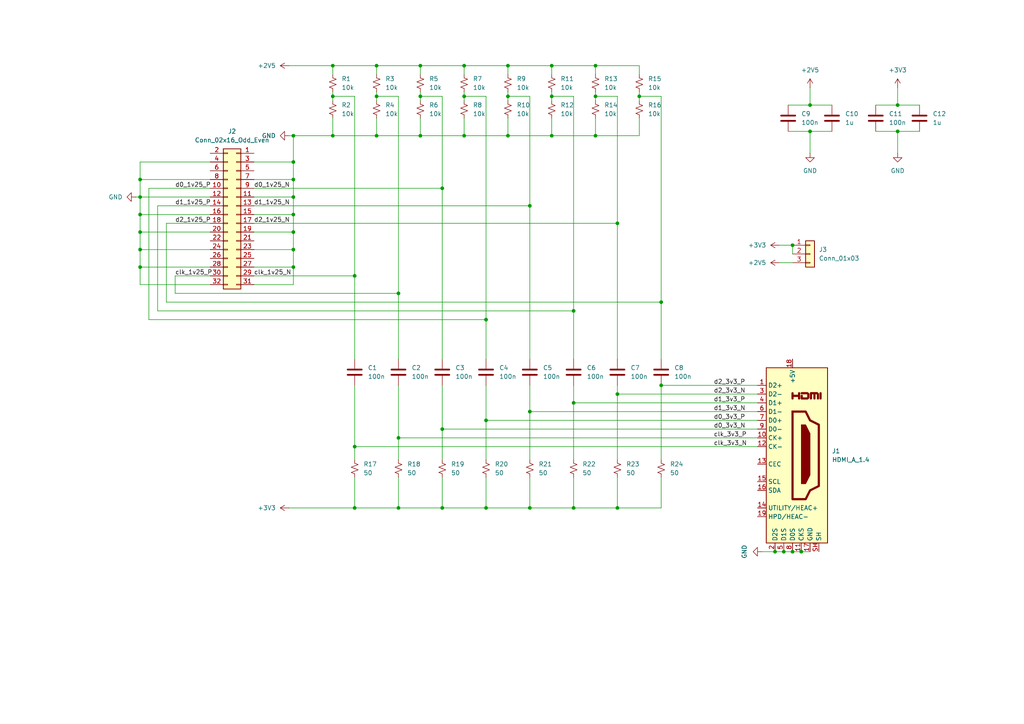
<source format=kicad_sch>
(kicad_sch
	(version 20231120)
	(generator "eeschema")
	(generator_version "8.0")
	(uuid "5ed24097-9d5b-4ba5-bae2-41e2ee2d542a")
	(paper "A4")
	(lib_symbols
		(symbol "Connector:HDMI_A_1.4"
			(exclude_from_sim no)
			(in_bom yes)
			(on_board yes)
			(property "Reference" "J"
				(at -6.35 26.67 0)
				(effects
					(font
						(size 1.27 1.27)
					)
				)
			)
			(property "Value" "HDMI_A_1.4"
				(at 10.16 26.67 0)
				(effects
					(font
						(size 1.27 1.27)
					)
				)
			)
			(property "Footprint" ""
				(at 0.635 0 0)
				(effects
					(font
						(size 1.27 1.27)
					)
					(hide yes)
				)
			)
			(property "Datasheet" "https://en.wikipedia.org/wiki/HDMI"
				(at 0.635 0 0)
				(effects
					(font
						(size 1.27 1.27)
					)
					(hide yes)
				)
			)
			(property "Description" "HDMI 1.4+ type A connector"
				(at 0 0 0)
				(effects
					(font
						(size 1.27 1.27)
					)
					(hide yes)
				)
			)
			(property "ki_keywords" "hdmi conn"
				(at 0 0 0)
				(effects
					(font
						(size 1.27 1.27)
					)
					(hide yes)
				)
			)
			(property "ki_fp_filters" "HDMI*A*"
				(at 0 0 0)
				(effects
					(font
						(size 1.27 1.27)
					)
					(hide yes)
				)
			)
			(symbol "HDMI_A_1.4_0_0"
				(polyline
					(pts
						(xy 8.128 16.51) (xy 8.128 18.034)
					)
					(stroke
						(width 0.635)
						(type default)
					)
					(fill
						(type none)
					)
				)
				(polyline
					(pts
						(xy 0 16.51) (xy 0 18.034) (xy 0 17.272) (xy 1.905 17.272) (xy 1.905 18.034) (xy 1.905 16.51)
					)
					(stroke
						(width 0.635)
						(type default)
					)
					(fill
						(type none)
					)
				)
				(polyline
					(pts
						(xy 2.667 18.034) (xy 4.318 18.034) (xy 4.572 17.78) (xy 4.572 16.764) (xy 4.318 16.51) (xy 2.667 16.51)
						(xy 2.667 17.272)
					)
					(stroke
						(width 0.635)
						(type default)
					)
					(fill
						(type none)
					)
				)
			)
			(symbol "HDMI_A_1.4_0_1"
				(rectangle
					(start -7.62 25.4)
					(end 10.16 -25.4)
					(stroke
						(width 0.254)
						(type default)
					)
					(fill
						(type background)
					)
				)
				(polyline
					(pts
						(xy 2.54 8.89) (xy 3.81 8.89) (xy 5.08 6.35) (xy 5.08 -5.715) (xy 3.81 -8.255) (xy 2.54 -8.255)
						(xy 2.54 8.89)
					)
					(stroke
						(width 0)
						(type default)
					)
					(fill
						(type outline)
					)
				)
				(polyline
					(pts
						(xy 5.334 16.51) (xy 5.334 18.034) (xy 6.35 18.034) (xy 6.35 16.51) (xy 6.35 18.034) (xy 7.112 18.034)
						(xy 7.366 17.78) (xy 7.366 16.51)
					)
					(stroke
						(width 0.635)
						(type default)
					)
					(fill
						(type none)
					)
				)
				(polyline
					(pts
						(xy 0 12.7) (xy 0 -12.7) (xy 3.81 -12.7) (xy 5.08 -10.16) (xy 7.62 -8.89) (xy 7.62 8.89) (xy 5.08 10.16)
						(xy 3.81 12.7) (xy 0 12.7)
					)
					(stroke
						(width 0.635)
						(type default)
					)
					(fill
						(type none)
					)
				)
			)
			(symbol "HDMI_A_1.4_1_1"
				(pin passive line
					(at -10.16 20.32 0)
					(length 2.54)
					(name "D2+"
						(effects
							(font
								(size 1.27 1.27)
							)
						)
					)
					(number "1"
						(effects
							(font
								(size 1.27 1.27)
							)
						)
					)
				)
				(pin passive line
					(at -10.16 5.08 0)
					(length 2.54)
					(name "CK+"
						(effects
							(font
								(size 1.27 1.27)
							)
						)
					)
					(number "10"
						(effects
							(font
								(size 1.27 1.27)
							)
						)
					)
				)
				(pin power_in line
					(at 2.54 -27.94 90)
					(length 2.54)
					(name "CKS"
						(effects
							(font
								(size 1.27 1.27)
							)
						)
					)
					(number "11"
						(effects
							(font
								(size 1.27 1.27)
							)
						)
					)
				)
				(pin passive line
					(at -10.16 2.54 0)
					(length 2.54)
					(name "CK-"
						(effects
							(font
								(size 1.27 1.27)
							)
						)
					)
					(number "12"
						(effects
							(font
								(size 1.27 1.27)
							)
						)
					)
				)
				(pin bidirectional line
					(at -10.16 -2.54 0)
					(length 2.54)
					(name "CEC"
						(effects
							(font
								(size 1.27 1.27)
							)
						)
					)
					(number "13"
						(effects
							(font
								(size 1.27 1.27)
							)
						)
					)
				)
				(pin passive line
					(at -10.16 -15.24 0)
					(length 2.54)
					(name "UTILITY/HEAC+"
						(effects
							(font
								(size 1.27 1.27)
							)
						)
					)
					(number "14"
						(effects
							(font
								(size 1.27 1.27)
							)
						)
					)
				)
				(pin passive line
					(at -10.16 -7.62 0)
					(length 2.54)
					(name "SCL"
						(effects
							(font
								(size 1.27 1.27)
							)
						)
					)
					(number "15"
						(effects
							(font
								(size 1.27 1.27)
							)
						)
					)
				)
				(pin bidirectional line
					(at -10.16 -10.16 0)
					(length 2.54)
					(name "SDA"
						(effects
							(font
								(size 1.27 1.27)
							)
						)
					)
					(number "16"
						(effects
							(font
								(size 1.27 1.27)
							)
						)
					)
				)
				(pin power_in line
					(at 5.08 -27.94 90)
					(length 2.54)
					(name "GND"
						(effects
							(font
								(size 1.27 1.27)
							)
						)
					)
					(number "17"
						(effects
							(font
								(size 1.27 1.27)
							)
						)
					)
				)
				(pin power_in line
					(at 0 27.94 270)
					(length 2.54)
					(name "+5V"
						(effects
							(font
								(size 1.27 1.27)
							)
						)
					)
					(number "18"
						(effects
							(font
								(size 1.27 1.27)
							)
						)
					)
				)
				(pin passive line
					(at -10.16 -17.78 0)
					(length 2.54)
					(name "HPD/HEAC-"
						(effects
							(font
								(size 1.27 1.27)
							)
						)
					)
					(number "19"
						(effects
							(font
								(size 1.27 1.27)
							)
						)
					)
				)
				(pin power_in line
					(at -5.08 -27.94 90)
					(length 2.54)
					(name "D2S"
						(effects
							(font
								(size 1.27 1.27)
							)
						)
					)
					(number "2"
						(effects
							(font
								(size 1.27 1.27)
							)
						)
					)
				)
				(pin passive line
					(at -10.16 17.78 0)
					(length 2.54)
					(name "D2-"
						(effects
							(font
								(size 1.27 1.27)
							)
						)
					)
					(number "3"
						(effects
							(font
								(size 1.27 1.27)
							)
						)
					)
				)
				(pin passive line
					(at -10.16 15.24 0)
					(length 2.54)
					(name "D1+"
						(effects
							(font
								(size 1.27 1.27)
							)
						)
					)
					(number "4"
						(effects
							(font
								(size 1.27 1.27)
							)
						)
					)
				)
				(pin power_in line
					(at -2.54 -27.94 90)
					(length 2.54)
					(name "D1S"
						(effects
							(font
								(size 1.27 1.27)
							)
						)
					)
					(number "5"
						(effects
							(font
								(size 1.27 1.27)
							)
						)
					)
				)
				(pin passive line
					(at -10.16 12.7 0)
					(length 2.54)
					(name "D1-"
						(effects
							(font
								(size 1.27 1.27)
							)
						)
					)
					(number "6"
						(effects
							(font
								(size 1.27 1.27)
							)
						)
					)
				)
				(pin passive line
					(at -10.16 10.16 0)
					(length 2.54)
					(name "D0+"
						(effects
							(font
								(size 1.27 1.27)
							)
						)
					)
					(number "7"
						(effects
							(font
								(size 1.27 1.27)
							)
						)
					)
				)
				(pin power_in line
					(at 0 -27.94 90)
					(length 2.54)
					(name "D0S"
						(effects
							(font
								(size 1.27 1.27)
							)
						)
					)
					(number "8"
						(effects
							(font
								(size 1.27 1.27)
							)
						)
					)
				)
				(pin passive line
					(at -10.16 7.62 0)
					(length 2.54)
					(name "D0-"
						(effects
							(font
								(size 1.27 1.27)
							)
						)
					)
					(number "9"
						(effects
							(font
								(size 1.27 1.27)
							)
						)
					)
				)
				(pin passive line
					(at 7.62 -27.94 90)
					(length 2.54)
					(name "SH"
						(effects
							(font
								(size 1.27 1.27)
							)
						)
					)
					(number "SH"
						(effects
							(font
								(size 1.27 1.27)
							)
						)
					)
				)
			)
		)
		(symbol "Connector_Generic:Conn_01x03"
			(pin_names
				(offset 1.016) hide)
			(exclude_from_sim no)
			(in_bom yes)
			(on_board yes)
			(property "Reference" "J"
				(at 0 5.08 0)
				(effects
					(font
						(size 1.27 1.27)
					)
				)
			)
			(property "Value" "Conn_01x03"
				(at 0 -5.08 0)
				(effects
					(font
						(size 1.27 1.27)
					)
				)
			)
			(property "Footprint" ""
				(at 0 0 0)
				(effects
					(font
						(size 1.27 1.27)
					)
					(hide yes)
				)
			)
			(property "Datasheet" "~"
				(at 0 0 0)
				(effects
					(font
						(size 1.27 1.27)
					)
					(hide yes)
				)
			)
			(property "Description" "Generic connector, single row, 01x03, script generated (kicad-library-utils/schlib/autogen/connector/)"
				(at 0 0 0)
				(effects
					(font
						(size 1.27 1.27)
					)
					(hide yes)
				)
			)
			(property "ki_keywords" "connector"
				(at 0 0 0)
				(effects
					(font
						(size 1.27 1.27)
					)
					(hide yes)
				)
			)
			(property "ki_fp_filters" "Connector*:*_1x??_*"
				(at 0 0 0)
				(effects
					(font
						(size 1.27 1.27)
					)
					(hide yes)
				)
			)
			(symbol "Conn_01x03_1_1"
				(rectangle
					(start -1.27 -2.413)
					(end 0 -2.667)
					(stroke
						(width 0.1524)
						(type default)
					)
					(fill
						(type none)
					)
				)
				(rectangle
					(start -1.27 0.127)
					(end 0 -0.127)
					(stroke
						(width 0.1524)
						(type default)
					)
					(fill
						(type none)
					)
				)
				(rectangle
					(start -1.27 2.667)
					(end 0 2.413)
					(stroke
						(width 0.1524)
						(type default)
					)
					(fill
						(type none)
					)
				)
				(rectangle
					(start -1.27 3.81)
					(end 1.27 -3.81)
					(stroke
						(width 0.254)
						(type default)
					)
					(fill
						(type background)
					)
				)
				(pin passive line
					(at -5.08 2.54 0)
					(length 3.81)
					(name "Pin_1"
						(effects
							(font
								(size 1.27 1.27)
							)
						)
					)
					(number "1"
						(effects
							(font
								(size 1.27 1.27)
							)
						)
					)
				)
				(pin passive line
					(at -5.08 0 0)
					(length 3.81)
					(name "Pin_2"
						(effects
							(font
								(size 1.27 1.27)
							)
						)
					)
					(number "2"
						(effects
							(font
								(size 1.27 1.27)
							)
						)
					)
				)
				(pin passive line
					(at -5.08 -2.54 0)
					(length 3.81)
					(name "Pin_3"
						(effects
							(font
								(size 1.27 1.27)
							)
						)
					)
					(number "3"
						(effects
							(font
								(size 1.27 1.27)
							)
						)
					)
				)
			)
		)
		(symbol "Connector_Generic:Conn_02x16_Odd_Even"
			(pin_names
				(offset 1.016) hide)
			(exclude_from_sim no)
			(in_bom yes)
			(on_board yes)
			(property "Reference" "J"
				(at 1.27 20.32 0)
				(effects
					(font
						(size 1.27 1.27)
					)
				)
			)
			(property "Value" "Conn_02x16_Odd_Even"
				(at 1.27 -22.86 0)
				(effects
					(font
						(size 1.27 1.27)
					)
				)
			)
			(property "Footprint" ""
				(at 0 0 0)
				(effects
					(font
						(size 1.27 1.27)
					)
					(hide yes)
				)
			)
			(property "Datasheet" "~"
				(at 0 0 0)
				(effects
					(font
						(size 1.27 1.27)
					)
					(hide yes)
				)
			)
			(property "Description" "Generic connector, double row, 02x16, odd/even pin numbering scheme (row 1 odd numbers, row 2 even numbers), script generated (kicad-library-utils/schlib/autogen/connector/)"
				(at 0 0 0)
				(effects
					(font
						(size 1.27 1.27)
					)
					(hide yes)
				)
			)
			(property "ki_keywords" "connector"
				(at 0 0 0)
				(effects
					(font
						(size 1.27 1.27)
					)
					(hide yes)
				)
			)
			(property "ki_fp_filters" "Connector*:*_2x??_*"
				(at 0 0 0)
				(effects
					(font
						(size 1.27 1.27)
					)
					(hide yes)
				)
			)
			(symbol "Conn_02x16_Odd_Even_1_1"
				(rectangle
					(start -1.27 -20.193)
					(end 0 -20.447)
					(stroke
						(width 0.1524)
						(type default)
					)
					(fill
						(type none)
					)
				)
				(rectangle
					(start -1.27 -17.653)
					(end 0 -17.907)
					(stroke
						(width 0.1524)
						(type default)
					)
					(fill
						(type none)
					)
				)
				(rectangle
					(start -1.27 -15.113)
					(end 0 -15.367)
					(stroke
						(width 0.1524)
						(type default)
					)
					(fill
						(type none)
					)
				)
				(rectangle
					(start -1.27 -12.573)
					(end 0 -12.827)
					(stroke
						(width 0.1524)
						(type default)
					)
					(fill
						(type none)
					)
				)
				(rectangle
					(start -1.27 -10.033)
					(end 0 -10.287)
					(stroke
						(width 0.1524)
						(type default)
					)
					(fill
						(type none)
					)
				)
				(rectangle
					(start -1.27 -7.493)
					(end 0 -7.747)
					(stroke
						(width 0.1524)
						(type default)
					)
					(fill
						(type none)
					)
				)
				(rectangle
					(start -1.27 -4.953)
					(end 0 -5.207)
					(stroke
						(width 0.1524)
						(type default)
					)
					(fill
						(type none)
					)
				)
				(rectangle
					(start -1.27 -2.413)
					(end 0 -2.667)
					(stroke
						(width 0.1524)
						(type default)
					)
					(fill
						(type none)
					)
				)
				(rectangle
					(start -1.27 0.127)
					(end 0 -0.127)
					(stroke
						(width 0.1524)
						(type default)
					)
					(fill
						(type none)
					)
				)
				(rectangle
					(start -1.27 2.667)
					(end 0 2.413)
					(stroke
						(width 0.1524)
						(type default)
					)
					(fill
						(type none)
					)
				)
				(rectangle
					(start -1.27 5.207)
					(end 0 4.953)
					(stroke
						(width 0.1524)
						(type default)
					)
					(fill
						(type none)
					)
				)
				(rectangle
					(start -1.27 7.747)
					(end 0 7.493)
					(stroke
						(width 0.1524)
						(type default)
					)
					(fill
						(type none)
					)
				)
				(rectangle
					(start -1.27 10.287)
					(end 0 10.033)
					(stroke
						(width 0.1524)
						(type default)
					)
					(fill
						(type none)
					)
				)
				(rectangle
					(start -1.27 12.827)
					(end 0 12.573)
					(stroke
						(width 0.1524)
						(type default)
					)
					(fill
						(type none)
					)
				)
				(rectangle
					(start -1.27 15.367)
					(end 0 15.113)
					(stroke
						(width 0.1524)
						(type default)
					)
					(fill
						(type none)
					)
				)
				(rectangle
					(start -1.27 17.907)
					(end 0 17.653)
					(stroke
						(width 0.1524)
						(type default)
					)
					(fill
						(type none)
					)
				)
				(rectangle
					(start -1.27 19.05)
					(end 3.81 -21.59)
					(stroke
						(width 0.254)
						(type default)
					)
					(fill
						(type background)
					)
				)
				(rectangle
					(start 3.81 -20.193)
					(end 2.54 -20.447)
					(stroke
						(width 0.1524)
						(type default)
					)
					(fill
						(type none)
					)
				)
				(rectangle
					(start 3.81 -17.653)
					(end 2.54 -17.907)
					(stroke
						(width 0.1524)
						(type default)
					)
					(fill
						(type none)
					)
				)
				(rectangle
					(start 3.81 -15.113)
					(end 2.54 -15.367)
					(stroke
						(width 0.1524)
						(type default)
					)
					(fill
						(type none)
					)
				)
				(rectangle
					(start 3.81 -12.573)
					(end 2.54 -12.827)
					(stroke
						(width 0.1524)
						(type default)
					)
					(fill
						(type none)
					)
				)
				(rectangle
					(start 3.81 -10.033)
					(end 2.54 -10.287)
					(stroke
						(width 0.1524)
						(type default)
					)
					(fill
						(type none)
					)
				)
				(rectangle
					(start 3.81 -7.493)
					(end 2.54 -7.747)
					(stroke
						(width 0.1524)
						(type default)
					)
					(fill
						(type none)
					)
				)
				(rectangle
					(start 3.81 -4.953)
					(end 2.54 -5.207)
					(stroke
						(width 0.1524)
						(type default)
					)
					(fill
						(type none)
					)
				)
				(rectangle
					(start 3.81 -2.413)
					(end 2.54 -2.667)
					(stroke
						(width 0.1524)
						(type default)
					)
					(fill
						(type none)
					)
				)
				(rectangle
					(start 3.81 0.127)
					(end 2.54 -0.127)
					(stroke
						(width 0.1524)
						(type default)
					)
					(fill
						(type none)
					)
				)
				(rectangle
					(start 3.81 2.667)
					(end 2.54 2.413)
					(stroke
						(width 0.1524)
						(type default)
					)
					(fill
						(type none)
					)
				)
				(rectangle
					(start 3.81 5.207)
					(end 2.54 4.953)
					(stroke
						(width 0.1524)
						(type default)
					)
					(fill
						(type none)
					)
				)
				(rectangle
					(start 3.81 7.747)
					(end 2.54 7.493)
					(stroke
						(width 0.1524)
						(type default)
					)
					(fill
						(type none)
					)
				)
				(rectangle
					(start 3.81 10.287)
					(end 2.54 10.033)
					(stroke
						(width 0.1524)
						(type default)
					)
					(fill
						(type none)
					)
				)
				(rectangle
					(start 3.81 12.827)
					(end 2.54 12.573)
					(stroke
						(width 0.1524)
						(type default)
					)
					(fill
						(type none)
					)
				)
				(rectangle
					(start 3.81 15.367)
					(end 2.54 15.113)
					(stroke
						(width 0.1524)
						(type default)
					)
					(fill
						(type none)
					)
				)
				(rectangle
					(start 3.81 17.907)
					(end 2.54 17.653)
					(stroke
						(width 0.1524)
						(type default)
					)
					(fill
						(type none)
					)
				)
				(pin passive line
					(at -5.08 17.78 0)
					(length 3.81)
					(name "Pin_1"
						(effects
							(font
								(size 1.27 1.27)
							)
						)
					)
					(number "1"
						(effects
							(font
								(size 1.27 1.27)
							)
						)
					)
				)
				(pin passive line
					(at 7.62 7.62 180)
					(length 3.81)
					(name "Pin_10"
						(effects
							(font
								(size 1.27 1.27)
							)
						)
					)
					(number "10"
						(effects
							(font
								(size 1.27 1.27)
							)
						)
					)
				)
				(pin passive line
					(at -5.08 5.08 0)
					(length 3.81)
					(name "Pin_11"
						(effects
							(font
								(size 1.27 1.27)
							)
						)
					)
					(number "11"
						(effects
							(font
								(size 1.27 1.27)
							)
						)
					)
				)
				(pin passive line
					(at 7.62 5.08 180)
					(length 3.81)
					(name "Pin_12"
						(effects
							(font
								(size 1.27 1.27)
							)
						)
					)
					(number "12"
						(effects
							(font
								(size 1.27 1.27)
							)
						)
					)
				)
				(pin passive line
					(at -5.08 2.54 0)
					(length 3.81)
					(name "Pin_13"
						(effects
							(font
								(size 1.27 1.27)
							)
						)
					)
					(number "13"
						(effects
							(font
								(size 1.27 1.27)
							)
						)
					)
				)
				(pin passive line
					(at 7.62 2.54 180)
					(length 3.81)
					(name "Pin_14"
						(effects
							(font
								(size 1.27 1.27)
							)
						)
					)
					(number "14"
						(effects
							(font
								(size 1.27 1.27)
							)
						)
					)
				)
				(pin passive line
					(at -5.08 0 0)
					(length 3.81)
					(name "Pin_15"
						(effects
							(font
								(size 1.27 1.27)
							)
						)
					)
					(number "15"
						(effects
							(font
								(size 1.27 1.27)
							)
						)
					)
				)
				(pin passive line
					(at 7.62 0 180)
					(length 3.81)
					(name "Pin_16"
						(effects
							(font
								(size 1.27 1.27)
							)
						)
					)
					(number "16"
						(effects
							(font
								(size 1.27 1.27)
							)
						)
					)
				)
				(pin passive line
					(at -5.08 -2.54 0)
					(length 3.81)
					(name "Pin_17"
						(effects
							(font
								(size 1.27 1.27)
							)
						)
					)
					(number "17"
						(effects
							(font
								(size 1.27 1.27)
							)
						)
					)
				)
				(pin passive line
					(at 7.62 -2.54 180)
					(length 3.81)
					(name "Pin_18"
						(effects
							(font
								(size 1.27 1.27)
							)
						)
					)
					(number "18"
						(effects
							(font
								(size 1.27 1.27)
							)
						)
					)
				)
				(pin passive line
					(at -5.08 -5.08 0)
					(length 3.81)
					(name "Pin_19"
						(effects
							(font
								(size 1.27 1.27)
							)
						)
					)
					(number "19"
						(effects
							(font
								(size 1.27 1.27)
							)
						)
					)
				)
				(pin passive line
					(at 7.62 17.78 180)
					(length 3.81)
					(name "Pin_2"
						(effects
							(font
								(size 1.27 1.27)
							)
						)
					)
					(number "2"
						(effects
							(font
								(size 1.27 1.27)
							)
						)
					)
				)
				(pin passive line
					(at 7.62 -5.08 180)
					(length 3.81)
					(name "Pin_20"
						(effects
							(font
								(size 1.27 1.27)
							)
						)
					)
					(number "20"
						(effects
							(font
								(size 1.27 1.27)
							)
						)
					)
				)
				(pin passive line
					(at -5.08 -7.62 0)
					(length 3.81)
					(name "Pin_21"
						(effects
							(font
								(size 1.27 1.27)
							)
						)
					)
					(number "21"
						(effects
							(font
								(size 1.27 1.27)
							)
						)
					)
				)
				(pin passive line
					(at 7.62 -7.62 180)
					(length 3.81)
					(name "Pin_22"
						(effects
							(font
								(size 1.27 1.27)
							)
						)
					)
					(number "22"
						(effects
							(font
								(size 1.27 1.27)
							)
						)
					)
				)
				(pin passive line
					(at -5.08 -10.16 0)
					(length 3.81)
					(name "Pin_23"
						(effects
							(font
								(size 1.27 1.27)
							)
						)
					)
					(number "23"
						(effects
							(font
								(size 1.27 1.27)
							)
						)
					)
				)
				(pin passive line
					(at 7.62 -10.16 180)
					(length 3.81)
					(name "Pin_24"
						(effects
							(font
								(size 1.27 1.27)
							)
						)
					)
					(number "24"
						(effects
							(font
								(size 1.27 1.27)
							)
						)
					)
				)
				(pin passive line
					(at -5.08 -12.7 0)
					(length 3.81)
					(name "Pin_25"
						(effects
							(font
								(size 1.27 1.27)
							)
						)
					)
					(number "25"
						(effects
							(font
								(size 1.27 1.27)
							)
						)
					)
				)
				(pin passive line
					(at 7.62 -12.7 180)
					(length 3.81)
					(name "Pin_26"
						(effects
							(font
								(size 1.27 1.27)
							)
						)
					)
					(number "26"
						(effects
							(font
								(size 1.27 1.27)
							)
						)
					)
				)
				(pin passive line
					(at -5.08 -15.24 0)
					(length 3.81)
					(name "Pin_27"
						(effects
							(font
								(size 1.27 1.27)
							)
						)
					)
					(number "27"
						(effects
							(font
								(size 1.27 1.27)
							)
						)
					)
				)
				(pin passive line
					(at 7.62 -15.24 180)
					(length 3.81)
					(name "Pin_28"
						(effects
							(font
								(size 1.27 1.27)
							)
						)
					)
					(number "28"
						(effects
							(font
								(size 1.27 1.27)
							)
						)
					)
				)
				(pin passive line
					(at -5.08 -17.78 0)
					(length 3.81)
					(name "Pin_29"
						(effects
							(font
								(size 1.27 1.27)
							)
						)
					)
					(number "29"
						(effects
							(font
								(size 1.27 1.27)
							)
						)
					)
				)
				(pin passive line
					(at -5.08 15.24 0)
					(length 3.81)
					(name "Pin_3"
						(effects
							(font
								(size 1.27 1.27)
							)
						)
					)
					(number "3"
						(effects
							(font
								(size 1.27 1.27)
							)
						)
					)
				)
				(pin passive line
					(at 7.62 -17.78 180)
					(length 3.81)
					(name "Pin_30"
						(effects
							(font
								(size 1.27 1.27)
							)
						)
					)
					(number "30"
						(effects
							(font
								(size 1.27 1.27)
							)
						)
					)
				)
				(pin passive line
					(at -5.08 -20.32 0)
					(length 3.81)
					(name "Pin_31"
						(effects
							(font
								(size 1.27 1.27)
							)
						)
					)
					(number "31"
						(effects
							(font
								(size 1.27 1.27)
							)
						)
					)
				)
				(pin passive line
					(at 7.62 -20.32 180)
					(length 3.81)
					(name "Pin_32"
						(effects
							(font
								(size 1.27 1.27)
							)
						)
					)
					(number "32"
						(effects
							(font
								(size 1.27 1.27)
							)
						)
					)
				)
				(pin passive line
					(at 7.62 15.24 180)
					(length 3.81)
					(name "Pin_4"
						(effects
							(font
								(size 1.27 1.27)
							)
						)
					)
					(number "4"
						(effects
							(font
								(size 1.27 1.27)
							)
						)
					)
				)
				(pin passive line
					(at -5.08 12.7 0)
					(length 3.81)
					(name "Pin_5"
						(effects
							(font
								(size 1.27 1.27)
							)
						)
					)
					(number "5"
						(effects
							(font
								(size 1.27 1.27)
							)
						)
					)
				)
				(pin passive line
					(at 7.62 12.7 180)
					(length 3.81)
					(name "Pin_6"
						(effects
							(font
								(size 1.27 1.27)
							)
						)
					)
					(number "6"
						(effects
							(font
								(size 1.27 1.27)
							)
						)
					)
				)
				(pin passive line
					(at -5.08 10.16 0)
					(length 3.81)
					(name "Pin_7"
						(effects
							(font
								(size 1.27 1.27)
							)
						)
					)
					(number "7"
						(effects
							(font
								(size 1.27 1.27)
							)
						)
					)
				)
				(pin passive line
					(at 7.62 10.16 180)
					(length 3.81)
					(name "Pin_8"
						(effects
							(font
								(size 1.27 1.27)
							)
						)
					)
					(number "8"
						(effects
							(font
								(size 1.27 1.27)
							)
						)
					)
				)
				(pin passive line
					(at -5.08 7.62 0)
					(length 3.81)
					(name "Pin_9"
						(effects
							(font
								(size 1.27 1.27)
							)
						)
					)
					(number "9"
						(effects
							(font
								(size 1.27 1.27)
							)
						)
					)
				)
			)
		)
		(symbol "Device:C"
			(pin_numbers hide)
			(pin_names
				(offset 0.254)
			)
			(exclude_from_sim no)
			(in_bom yes)
			(on_board yes)
			(property "Reference" "C"
				(at 0.635 2.54 0)
				(effects
					(font
						(size 1.27 1.27)
					)
					(justify left)
				)
			)
			(property "Value" "C"
				(at 0.635 -2.54 0)
				(effects
					(font
						(size 1.27 1.27)
					)
					(justify left)
				)
			)
			(property "Footprint" ""
				(at 0.9652 -3.81 0)
				(effects
					(font
						(size 1.27 1.27)
					)
					(hide yes)
				)
			)
			(property "Datasheet" "~"
				(at 0 0 0)
				(effects
					(font
						(size 1.27 1.27)
					)
					(hide yes)
				)
			)
			(property "Description" "Unpolarized capacitor"
				(at 0 0 0)
				(effects
					(font
						(size 1.27 1.27)
					)
					(hide yes)
				)
			)
			(property "ki_keywords" "cap capacitor"
				(at 0 0 0)
				(effects
					(font
						(size 1.27 1.27)
					)
					(hide yes)
				)
			)
			(property "ki_fp_filters" "C_*"
				(at 0 0 0)
				(effects
					(font
						(size 1.27 1.27)
					)
					(hide yes)
				)
			)
			(symbol "C_0_1"
				(polyline
					(pts
						(xy -2.032 -0.762) (xy 2.032 -0.762)
					)
					(stroke
						(width 0.508)
						(type default)
					)
					(fill
						(type none)
					)
				)
				(polyline
					(pts
						(xy -2.032 0.762) (xy 2.032 0.762)
					)
					(stroke
						(width 0.508)
						(type default)
					)
					(fill
						(type none)
					)
				)
			)
			(symbol "C_1_1"
				(pin passive line
					(at 0 3.81 270)
					(length 2.794)
					(name "~"
						(effects
							(font
								(size 1.27 1.27)
							)
						)
					)
					(number "1"
						(effects
							(font
								(size 1.27 1.27)
							)
						)
					)
				)
				(pin passive line
					(at 0 -3.81 90)
					(length 2.794)
					(name "~"
						(effects
							(font
								(size 1.27 1.27)
							)
						)
					)
					(number "2"
						(effects
							(font
								(size 1.27 1.27)
							)
						)
					)
				)
			)
		)
		(symbol "Device:R_Small_US"
			(pin_numbers hide)
			(pin_names
				(offset 0.254) hide)
			(exclude_from_sim no)
			(in_bom yes)
			(on_board yes)
			(property "Reference" "R"
				(at 0.762 0.508 0)
				(effects
					(font
						(size 1.27 1.27)
					)
					(justify left)
				)
			)
			(property "Value" "R_Small_US"
				(at 0.762 -1.016 0)
				(effects
					(font
						(size 1.27 1.27)
					)
					(justify left)
				)
			)
			(property "Footprint" ""
				(at 0 0 0)
				(effects
					(font
						(size 1.27 1.27)
					)
					(hide yes)
				)
			)
			(property "Datasheet" "~"
				(at 0 0 0)
				(effects
					(font
						(size 1.27 1.27)
					)
					(hide yes)
				)
			)
			(property "Description" "Resistor, small US symbol"
				(at 0 0 0)
				(effects
					(font
						(size 1.27 1.27)
					)
					(hide yes)
				)
			)
			(property "ki_keywords" "r resistor"
				(at 0 0 0)
				(effects
					(font
						(size 1.27 1.27)
					)
					(hide yes)
				)
			)
			(property "ki_fp_filters" "R_*"
				(at 0 0 0)
				(effects
					(font
						(size 1.27 1.27)
					)
					(hide yes)
				)
			)
			(symbol "R_Small_US_1_1"
				(polyline
					(pts
						(xy 0 0) (xy 1.016 -0.381) (xy 0 -0.762) (xy -1.016 -1.143) (xy 0 -1.524)
					)
					(stroke
						(width 0)
						(type default)
					)
					(fill
						(type none)
					)
				)
				(polyline
					(pts
						(xy 0 1.524) (xy 1.016 1.143) (xy 0 0.762) (xy -1.016 0.381) (xy 0 0)
					)
					(stroke
						(width 0)
						(type default)
					)
					(fill
						(type none)
					)
				)
				(pin passive line
					(at 0 2.54 270)
					(length 1.016)
					(name "~"
						(effects
							(font
								(size 1.27 1.27)
							)
						)
					)
					(number "1"
						(effects
							(font
								(size 1.27 1.27)
							)
						)
					)
				)
				(pin passive line
					(at 0 -2.54 90)
					(length 1.016)
					(name "~"
						(effects
							(font
								(size 1.27 1.27)
							)
						)
					)
					(number "2"
						(effects
							(font
								(size 1.27 1.27)
							)
						)
					)
				)
			)
		)
		(symbol "power:+2V5"
			(power)
			(pin_numbers hide)
			(pin_names
				(offset 0) hide)
			(exclude_from_sim no)
			(in_bom yes)
			(on_board yes)
			(property "Reference" "#PWR"
				(at 0 -3.81 0)
				(effects
					(font
						(size 1.27 1.27)
					)
					(hide yes)
				)
			)
			(property "Value" "+2V5"
				(at 0 3.556 0)
				(effects
					(font
						(size 1.27 1.27)
					)
				)
			)
			(property "Footprint" ""
				(at 0 0 0)
				(effects
					(font
						(size 1.27 1.27)
					)
					(hide yes)
				)
			)
			(property "Datasheet" ""
				(at 0 0 0)
				(effects
					(font
						(size 1.27 1.27)
					)
					(hide yes)
				)
			)
			(property "Description" "Power symbol creates a global label with name \"+2V5\""
				(at 0 0 0)
				(effects
					(font
						(size 1.27 1.27)
					)
					(hide yes)
				)
			)
			(property "ki_keywords" "global power"
				(at 0 0 0)
				(effects
					(font
						(size 1.27 1.27)
					)
					(hide yes)
				)
			)
			(symbol "+2V5_0_1"
				(polyline
					(pts
						(xy -0.762 1.27) (xy 0 2.54)
					)
					(stroke
						(width 0)
						(type default)
					)
					(fill
						(type none)
					)
				)
				(polyline
					(pts
						(xy 0 0) (xy 0 2.54)
					)
					(stroke
						(width 0)
						(type default)
					)
					(fill
						(type none)
					)
				)
				(polyline
					(pts
						(xy 0 2.54) (xy 0.762 1.27)
					)
					(stroke
						(width 0)
						(type default)
					)
					(fill
						(type none)
					)
				)
			)
			(symbol "+2V5_1_1"
				(pin power_in line
					(at 0 0 90)
					(length 0)
					(name "~"
						(effects
							(font
								(size 1.27 1.27)
							)
						)
					)
					(number "1"
						(effects
							(font
								(size 1.27 1.27)
							)
						)
					)
				)
			)
		)
		(symbol "power:+3V3"
			(power)
			(pin_numbers hide)
			(pin_names
				(offset 0) hide)
			(exclude_from_sim no)
			(in_bom yes)
			(on_board yes)
			(property "Reference" "#PWR"
				(at 0 -3.81 0)
				(effects
					(font
						(size 1.27 1.27)
					)
					(hide yes)
				)
			)
			(property "Value" "+3V3"
				(at 0 3.556 0)
				(effects
					(font
						(size 1.27 1.27)
					)
				)
			)
			(property "Footprint" ""
				(at 0 0 0)
				(effects
					(font
						(size 1.27 1.27)
					)
					(hide yes)
				)
			)
			(property "Datasheet" ""
				(at 0 0 0)
				(effects
					(font
						(size 1.27 1.27)
					)
					(hide yes)
				)
			)
			(property "Description" "Power symbol creates a global label with name \"+3V3\""
				(at 0 0 0)
				(effects
					(font
						(size 1.27 1.27)
					)
					(hide yes)
				)
			)
			(property "ki_keywords" "global power"
				(at 0 0 0)
				(effects
					(font
						(size 1.27 1.27)
					)
					(hide yes)
				)
			)
			(symbol "+3V3_0_1"
				(polyline
					(pts
						(xy -0.762 1.27) (xy 0 2.54)
					)
					(stroke
						(width 0)
						(type default)
					)
					(fill
						(type none)
					)
				)
				(polyline
					(pts
						(xy 0 0) (xy 0 2.54)
					)
					(stroke
						(width 0)
						(type default)
					)
					(fill
						(type none)
					)
				)
				(polyline
					(pts
						(xy 0 2.54) (xy 0.762 1.27)
					)
					(stroke
						(width 0)
						(type default)
					)
					(fill
						(type none)
					)
				)
			)
			(symbol "+3V3_1_1"
				(pin power_in line
					(at 0 0 90)
					(length 0)
					(name "~"
						(effects
							(font
								(size 1.27 1.27)
							)
						)
					)
					(number "1"
						(effects
							(font
								(size 1.27 1.27)
							)
						)
					)
				)
			)
		)
		(symbol "power:GND"
			(power)
			(pin_numbers hide)
			(pin_names
				(offset 0) hide)
			(exclude_from_sim no)
			(in_bom yes)
			(on_board yes)
			(property "Reference" "#PWR"
				(at 0 -6.35 0)
				(effects
					(font
						(size 1.27 1.27)
					)
					(hide yes)
				)
			)
			(property "Value" "GND"
				(at 0 -3.81 0)
				(effects
					(font
						(size 1.27 1.27)
					)
				)
			)
			(property "Footprint" ""
				(at 0 0 0)
				(effects
					(font
						(size 1.27 1.27)
					)
					(hide yes)
				)
			)
			(property "Datasheet" ""
				(at 0 0 0)
				(effects
					(font
						(size 1.27 1.27)
					)
					(hide yes)
				)
			)
			(property "Description" "Power symbol creates a global label with name \"GND\" , ground"
				(at 0 0 0)
				(effects
					(font
						(size 1.27 1.27)
					)
					(hide yes)
				)
			)
			(property "ki_keywords" "global power"
				(at 0 0 0)
				(effects
					(font
						(size 1.27 1.27)
					)
					(hide yes)
				)
			)
			(symbol "GND_0_1"
				(polyline
					(pts
						(xy 0 0) (xy 0 -1.27) (xy 1.27 -1.27) (xy 0 -2.54) (xy -1.27 -1.27) (xy 0 -1.27)
					)
					(stroke
						(width 0)
						(type default)
					)
					(fill
						(type none)
					)
				)
			)
			(symbol "GND_1_1"
				(pin power_in line
					(at 0 0 270)
					(length 0)
					(name "~"
						(effects
							(font
								(size 1.27 1.27)
							)
						)
					)
					(number "1"
						(effects
							(font
								(size 1.27 1.27)
							)
						)
					)
				)
			)
		)
	)
	(junction
		(at 40.64 72.39)
		(diameter 0)
		(color 0 0 0 0)
		(uuid "055daa22-728a-4d4a-8245-1566c465edc4")
	)
	(junction
		(at 172.72 19.05)
		(diameter 0)
		(color 0 0 0 0)
		(uuid "055e34a8-a018-44cc-a75f-f6f6f13af175")
	)
	(junction
		(at 229.87 160.02)
		(diameter 0)
		(color 0 0 0 0)
		(uuid "06545044-8128-49e4-a62e-fabc0bd0f760")
	)
	(junction
		(at 109.22 27.94)
		(diameter 0)
		(color 0 0 0 0)
		(uuid "0e0f3886-6132-4cea-b006-019d4d046b6a")
	)
	(junction
		(at 191.77 111.76)
		(diameter 0)
		(color 0 0 0 0)
		(uuid "0e4875c7-db8c-4265-837f-36ad38d523d9")
	)
	(junction
		(at 102.87 129.54)
		(diameter 0)
		(color 0 0 0 0)
		(uuid "104fd634-666f-4bdc-bb93-b9b9a854d004")
	)
	(junction
		(at 85.09 39.37)
		(diameter 0)
		(color 0 0 0 0)
		(uuid "18a35e21-cb61-4a00-a503-46fc287268b7")
	)
	(junction
		(at 121.92 39.37)
		(diameter 0)
		(color 0 0 0 0)
		(uuid "1ab49254-91b2-4cb2-b907-3621f4ce1257")
	)
	(junction
		(at 134.62 19.05)
		(diameter 0)
		(color 0 0 0 0)
		(uuid "1c4a9fa3-d932-4e80-bdd6-274dd8c78c4c")
	)
	(junction
		(at 102.87 80.01)
		(diameter 0)
		(color 0 0 0 0)
		(uuid "1ffb900a-92a4-45db-ac06-c217b29d4097")
	)
	(junction
		(at 260.35 38.1)
		(diameter 0)
		(color 0 0 0 0)
		(uuid "2317ad22-4e47-4022-9d94-b48eff6fd9de")
	)
	(junction
		(at 85.09 52.07)
		(diameter 0)
		(color 0 0 0 0)
		(uuid "23a9ccf8-4ab9-44ff-a811-494fbc5b6a32")
	)
	(junction
		(at 140.97 121.92)
		(diameter 0)
		(color 0 0 0 0)
		(uuid "27f1ef2c-b2fc-4d07-94e3-d1ce470071f5")
	)
	(junction
		(at 134.62 39.37)
		(diameter 0)
		(color 0 0 0 0)
		(uuid "2bdd4a5c-b034-40f0-86e0-050301dc9364")
	)
	(junction
		(at 153.67 59.69)
		(diameter 0)
		(color 0 0 0 0)
		(uuid "2cf55895-1ade-48a8-8706-1db4f058eb18")
	)
	(junction
		(at 260.35 30.48)
		(diameter 0)
		(color 0 0 0 0)
		(uuid "2cfa9298-db6e-4209-839a-ea6f429bb962")
	)
	(junction
		(at 234.95 38.1)
		(diameter 0)
		(color 0 0 0 0)
		(uuid "2ece494c-9414-4cff-aacb-55ada438b9f4")
	)
	(junction
		(at 128.27 124.46)
		(diameter 0)
		(color 0 0 0 0)
		(uuid "37308ce8-9f30-4716-8188-e3dd76651675")
	)
	(junction
		(at 166.37 90.17)
		(diameter 0)
		(color 0 0 0 0)
		(uuid "395511e6-5e8d-4adf-a11d-6a6c8a50e03c")
	)
	(junction
		(at 85.09 62.23)
		(diameter 0)
		(color 0 0 0 0)
		(uuid "3c23f1df-e813-4d27-9bf7-11d94004217a")
	)
	(junction
		(at 128.27 147.32)
		(diameter 0)
		(color 0 0 0 0)
		(uuid "3d8bdacc-ec1e-4114-b460-e1293ee0cde3")
	)
	(junction
		(at 147.32 19.05)
		(diameter 0)
		(color 0 0 0 0)
		(uuid "3def2a6f-12a7-452b-a096-a8431f15dbf4")
	)
	(junction
		(at 153.67 119.38)
		(diameter 0)
		(color 0 0 0 0)
		(uuid "42120d21-ba57-4a8f-b6ac-fb4573ce2b38")
	)
	(junction
		(at 121.92 19.05)
		(diameter 0)
		(color 0 0 0 0)
		(uuid "43442adc-29bb-4485-9647-68f1a377060a")
	)
	(junction
		(at 128.27 54.61)
		(diameter 0)
		(color 0 0 0 0)
		(uuid "481eddf9-860c-45d0-8d38-8dd3320cb89d")
	)
	(junction
		(at 224.79 160.02)
		(diameter 0)
		(color 0 0 0 0)
		(uuid "4c2cbf77-3f2c-4099-b166-ce771a5c47bf")
	)
	(junction
		(at 147.32 27.94)
		(diameter 0)
		(color 0 0 0 0)
		(uuid "4f4831f0-ab56-4203-9cdb-1f24a2aca399")
	)
	(junction
		(at 40.64 62.23)
		(diameter 0)
		(color 0 0 0 0)
		(uuid "51b85b30-dc0f-40da-b606-83ab475d9f7c")
	)
	(junction
		(at 96.52 27.94)
		(diameter 0)
		(color 0 0 0 0)
		(uuid "5a2856d4-4113-4c87-b6d6-77ffdc50dc58")
	)
	(junction
		(at 40.64 52.07)
		(diameter 0)
		(color 0 0 0 0)
		(uuid "619b04f3-5659-4b80-8226-7ebe906fa054")
	)
	(junction
		(at 109.22 39.37)
		(diameter 0)
		(color 0 0 0 0)
		(uuid "6b6cc6f1-d937-4f14-8c09-6d1616707e1a")
	)
	(junction
		(at 179.07 114.3)
		(diameter 0)
		(color 0 0 0 0)
		(uuid "6e83755a-6298-4437-a0d6-2e646a42893e")
	)
	(junction
		(at 185.42 27.94)
		(diameter 0)
		(color 0 0 0 0)
		(uuid "6fd016f9-5d0e-442f-a698-6e489fbbc96f")
	)
	(junction
		(at 227.33 160.02)
		(diameter 0)
		(color 0 0 0 0)
		(uuid "72ab5ece-7575-4137-8931-b726424717f8")
	)
	(junction
		(at 121.92 27.94)
		(diameter 0)
		(color 0 0 0 0)
		(uuid "75c35004-6759-4fb5-bb48-dee3eab1fd47")
	)
	(junction
		(at 160.02 27.94)
		(diameter 0)
		(color 0 0 0 0)
		(uuid "7b145629-02c7-4cac-abf6-db68dcb8327b")
	)
	(junction
		(at 85.09 72.39)
		(diameter 0)
		(color 0 0 0 0)
		(uuid "7c52ffce-e92a-4371-94d6-856b2624854b")
	)
	(junction
		(at 40.64 77.47)
		(diameter 0)
		(color 0 0 0 0)
		(uuid "8158a592-fc8f-4cc5-b56d-8c0fbedbf726")
	)
	(junction
		(at 85.09 77.47)
		(diameter 0)
		(color 0 0 0 0)
		(uuid "8250dfb9-d0f3-4583-bc94-86b990c780b8")
	)
	(junction
		(at 172.72 39.37)
		(diameter 0)
		(color 0 0 0 0)
		(uuid "867c1cfc-b79b-4190-8041-2fd99e6830ab")
	)
	(junction
		(at 234.95 30.48)
		(diameter 0)
		(color 0 0 0 0)
		(uuid "8abf35f7-d726-4510-bfea-334b24bd5e82")
	)
	(junction
		(at 85.09 57.15)
		(diameter 0)
		(color 0 0 0 0)
		(uuid "8b3ddf31-b675-439e-9b8a-9ec7958d5ba9")
	)
	(junction
		(at 191.77 87.63)
		(diameter 0)
		(color 0 0 0 0)
		(uuid "964e273e-d72b-43be-a5f3-089a37bd0cb4")
	)
	(junction
		(at 232.41 160.02)
		(diameter 0)
		(color 0 0 0 0)
		(uuid "96594ce6-1c38-4d66-b1e1-c9e9c4674b18")
	)
	(junction
		(at 115.57 85.09)
		(diameter 0)
		(color 0 0 0 0)
		(uuid "9e7b4b27-0a28-487a-bc3a-4f962dc85e1b")
	)
	(junction
		(at 179.07 147.32)
		(diameter 0)
		(color 0 0 0 0)
		(uuid "a0b4a6a7-1b06-4c2f-845d-0506b3a3827b")
	)
	(junction
		(at 96.52 39.37)
		(diameter 0)
		(color 0 0 0 0)
		(uuid "a4e4a745-2ad4-4cc4-9ec1-8e92adeb634a")
	)
	(junction
		(at 115.57 127)
		(diameter 0)
		(color 0 0 0 0)
		(uuid "abb83834-c074-4392-a57a-98b426abdf9d")
	)
	(junction
		(at 134.62 27.94)
		(diameter 0)
		(color 0 0 0 0)
		(uuid "ac238d94-4f39-41ec-a8ba-000197b05d49")
	)
	(junction
		(at 179.07 64.77)
		(diameter 0)
		(color 0 0 0 0)
		(uuid "b8ea0ac8-13ca-4014-a45c-c86802c35eb9")
	)
	(junction
		(at 102.87 147.32)
		(diameter 0)
		(color 0 0 0 0)
		(uuid "b99c2770-5213-49ac-afef-50a8125b329b")
	)
	(junction
		(at 109.22 19.05)
		(diameter 0)
		(color 0 0 0 0)
		(uuid "c14d9ec4-1a51-445e-a56f-2c8484d3953f")
	)
	(junction
		(at 147.32 39.37)
		(diameter 0)
		(color 0 0 0 0)
		(uuid "c27db6ca-8788-4960-9453-26df2a949202")
	)
	(junction
		(at 160.02 19.05)
		(diameter 0)
		(color 0 0 0 0)
		(uuid "c3746297-199d-4e27-aa59-a37f99b77a86")
	)
	(junction
		(at 166.37 147.32)
		(diameter 0)
		(color 0 0 0 0)
		(uuid "ca574904-e721-46f4-bcc3-3ab375608353")
	)
	(junction
		(at 40.64 67.31)
		(diameter 0)
		(color 0 0 0 0)
		(uuid "ce603f1d-f31e-4d4e-a4d8-ef80fa88af07")
	)
	(junction
		(at 166.37 116.84)
		(diameter 0)
		(color 0 0 0 0)
		(uuid "cf123325-e59c-4df0-957c-be0ee581e7fb")
	)
	(junction
		(at 229.87 71.12)
		(diameter 0)
		(color 0 0 0 0)
		(uuid "cff7dd20-dc93-48b0-a474-5bd9b43b5724")
	)
	(junction
		(at 172.72 27.94)
		(diameter 0)
		(color 0 0 0 0)
		(uuid "d0f395c4-e44b-4318-b687-61958cd58b31")
	)
	(junction
		(at 140.97 147.32)
		(diameter 0)
		(color 0 0 0 0)
		(uuid "d5fcd9f5-7ebd-42e8-87fa-8be9786ed091")
	)
	(junction
		(at 160.02 39.37)
		(diameter 0)
		(color 0 0 0 0)
		(uuid "d6ce07d6-2d99-4caf-9f4f-1c6b197bed76")
	)
	(junction
		(at 153.67 147.32)
		(diameter 0)
		(color 0 0 0 0)
		(uuid "d71a0cb6-7634-4a07-9c25-9252fb1857b5")
	)
	(junction
		(at 115.57 147.32)
		(diameter 0)
		(color 0 0 0 0)
		(uuid "e3df9289-5fec-4a09-b5d4-9ce23946b1c4")
	)
	(junction
		(at 96.52 19.05)
		(diameter 0)
		(color 0 0 0 0)
		(uuid "ea105edd-2baa-4206-be6d-6e0301142bb0")
	)
	(junction
		(at 40.64 57.15)
		(diameter 0)
		(color 0 0 0 0)
		(uuid "ea9461d4-e734-404d-b39d-7af9b416ad38")
	)
	(junction
		(at 140.97 92.71)
		(diameter 0)
		(color 0 0 0 0)
		(uuid "f36128b8-84ba-4645-9ca7-d58f42ae5051")
	)
	(junction
		(at 85.09 46.99)
		(diameter 0)
		(color 0 0 0 0)
		(uuid "f40de16c-55ea-470f-bb42-eacd49f31994")
	)
	(junction
		(at 85.09 67.31)
		(diameter 0)
		(color 0 0 0 0)
		(uuid "fc58952b-1eac-4c4d-9c4d-42f19c6e079a")
	)
	(wire
		(pts
			(xy 115.57 85.09) (xy 115.57 104.14)
		)
		(stroke
			(width 0)
			(type default)
		)
		(uuid "004080c3-6ca6-46f8-8159-634b0e442793")
	)
	(wire
		(pts
			(xy 40.64 67.31) (xy 60.96 67.31)
		)
		(stroke
			(width 0)
			(type default)
		)
		(uuid "042ba99a-3d2f-46a8-8897-82f8ba4fd8b6")
	)
	(wire
		(pts
			(xy 50.8 80.01) (xy 50.8 85.09)
		)
		(stroke
			(width 0)
			(type default)
		)
		(uuid "06314a4e-f7ff-403d-9bc0-70ef5bc1f70e")
	)
	(wire
		(pts
			(xy 40.64 82.55) (xy 40.64 77.47)
		)
		(stroke
			(width 0)
			(type default)
		)
		(uuid "06f52b5b-7ce6-4028-9ee8-2700c3224595")
	)
	(wire
		(pts
			(xy 172.72 27.94) (xy 179.07 27.94)
		)
		(stroke
			(width 0)
			(type default)
		)
		(uuid "07250dae-b2e5-41ec-a8ef-c1a2e07bcfcc")
	)
	(wire
		(pts
			(xy 115.57 138.43) (xy 115.57 147.32)
		)
		(stroke
			(width 0)
			(type default)
		)
		(uuid "076e48c2-3a66-44fc-ae6f-d594e7705d03")
	)
	(wire
		(pts
			(xy 109.22 27.94) (xy 115.57 27.94)
		)
		(stroke
			(width 0)
			(type default)
		)
		(uuid "07aa6a4e-aa24-48c8-8a07-1f613e28c9a8")
	)
	(wire
		(pts
			(xy 83.82 39.37) (xy 85.09 39.37)
		)
		(stroke
			(width 0)
			(type default)
		)
		(uuid "087a2a57-fadd-4c5d-95bf-40cb2ade5e8e")
	)
	(wire
		(pts
			(xy 219.71 119.38) (xy 153.67 119.38)
		)
		(stroke
			(width 0)
			(type default)
		)
		(uuid "088182e2-6d0f-44a7-ac0e-9620f9b5c807")
	)
	(wire
		(pts
			(xy 48.26 64.77) (xy 60.96 64.77)
		)
		(stroke
			(width 0)
			(type default)
		)
		(uuid "0973b604-838a-44c7-9472-7ca537432800")
	)
	(wire
		(pts
			(xy 140.97 147.32) (xy 153.67 147.32)
		)
		(stroke
			(width 0)
			(type default)
		)
		(uuid "09f445a3-e52d-4999-b38e-c7d9a0e36704")
	)
	(wire
		(pts
			(xy 185.42 21.59) (xy 185.42 19.05)
		)
		(stroke
			(width 0)
			(type default)
		)
		(uuid "0b1a0727-1ce4-4bbb-8f22-0183149538ea")
	)
	(wire
		(pts
			(xy 219.71 129.54) (xy 102.87 129.54)
		)
		(stroke
			(width 0)
			(type default)
		)
		(uuid "0d6693a8-425d-4198-93eb-dc99748d0e57")
	)
	(wire
		(pts
			(xy 219.71 124.46) (xy 128.27 124.46)
		)
		(stroke
			(width 0)
			(type default)
		)
		(uuid "0ec27ee3-0b33-47f6-b679-c13834305cc0")
	)
	(wire
		(pts
			(xy 140.97 111.76) (xy 140.97 121.92)
		)
		(stroke
			(width 0)
			(type default)
		)
		(uuid "0f46e726-3ed8-4d88-b6f4-adfbfd7288f8")
	)
	(wire
		(pts
			(xy 85.09 67.31) (xy 85.09 72.39)
		)
		(stroke
			(width 0)
			(type default)
		)
		(uuid "0f56f123-c475-47db-bca3-57051340e21d")
	)
	(wire
		(pts
			(xy 147.32 27.94) (xy 147.32 29.21)
		)
		(stroke
			(width 0)
			(type default)
		)
		(uuid "11264da1-5fa8-4727-9339-5bb36f5039df")
	)
	(wire
		(pts
			(xy 85.09 57.15) (xy 85.09 52.07)
		)
		(stroke
			(width 0)
			(type default)
		)
		(uuid "11331211-e2ef-48fa-b8e0-1519bc64e928")
	)
	(wire
		(pts
			(xy 166.37 27.94) (xy 166.37 90.17)
		)
		(stroke
			(width 0)
			(type default)
		)
		(uuid "130f00b7-2e66-40e8-b907-b153fe3462c2")
	)
	(wire
		(pts
			(xy 115.57 127) (xy 219.71 127)
		)
		(stroke
			(width 0)
			(type default)
		)
		(uuid "14dd98b5-45c1-42ec-a380-3f27dc8de28f")
	)
	(wire
		(pts
			(xy 109.22 39.37) (xy 121.92 39.37)
		)
		(stroke
			(width 0)
			(type default)
		)
		(uuid "166e275e-8c5e-4f9d-aade-a4fbc6c51251")
	)
	(wire
		(pts
			(xy 134.62 19.05) (xy 147.32 19.05)
		)
		(stroke
			(width 0)
			(type default)
		)
		(uuid "16fb6e38-5a2f-44cb-92f4-86031d2109db")
	)
	(wire
		(pts
			(xy 85.09 62.23) (xy 85.09 57.15)
		)
		(stroke
			(width 0)
			(type default)
		)
		(uuid "183082ee-f3b9-4b0f-89c6-e84fa31bccd0")
	)
	(wire
		(pts
			(xy 172.72 39.37) (xy 185.42 39.37)
		)
		(stroke
			(width 0)
			(type default)
		)
		(uuid "1adef344-82c9-4d9f-9a3a-b86b8e62e9d2")
	)
	(wire
		(pts
			(xy 260.35 38.1) (xy 266.7 38.1)
		)
		(stroke
			(width 0)
			(type default)
		)
		(uuid "1ddef201-cb69-4fb6-96a2-c242cb271a70")
	)
	(wire
		(pts
			(xy 147.32 27.94) (xy 153.67 27.94)
		)
		(stroke
			(width 0)
			(type default)
		)
		(uuid "2077500b-42b1-40bc-ac3f-c940991f83c4")
	)
	(wire
		(pts
			(xy 153.67 119.38) (xy 153.67 133.35)
		)
		(stroke
			(width 0)
			(type default)
		)
		(uuid "23650590-e673-4cc6-a77d-efed5da48b59")
	)
	(wire
		(pts
			(xy 134.62 39.37) (xy 134.62 34.29)
		)
		(stroke
			(width 0)
			(type default)
		)
		(uuid "240857f4-b684-4940-b2d6-98b874fdf386")
	)
	(wire
		(pts
			(xy 73.66 57.15) (xy 85.09 57.15)
		)
		(stroke
			(width 0)
			(type default)
		)
		(uuid "2625c1a1-e0d1-444e-8372-068215e63209")
	)
	(wire
		(pts
			(xy 234.95 25.4) (xy 234.95 30.48)
		)
		(stroke
			(width 0)
			(type default)
		)
		(uuid "2731730b-b6c0-49bd-8e21-db3bc4f8a196")
	)
	(wire
		(pts
			(xy 179.07 64.77) (xy 179.07 104.14)
		)
		(stroke
			(width 0)
			(type default)
		)
		(uuid "273ea4fb-4a2f-490a-b86d-5d12c9778227")
	)
	(wire
		(pts
			(xy 73.66 77.47) (xy 85.09 77.47)
		)
		(stroke
			(width 0)
			(type default)
		)
		(uuid "27d9ae6e-776c-4ecd-8381-b1249a09b602")
	)
	(wire
		(pts
			(xy 96.52 27.94) (xy 102.87 27.94)
		)
		(stroke
			(width 0)
			(type default)
		)
		(uuid "29267d37-0d9b-4025-96aa-d3b638f4d09a")
	)
	(wire
		(pts
			(xy 115.57 111.76) (xy 115.57 127)
		)
		(stroke
			(width 0)
			(type default)
		)
		(uuid "2b594ea0-58b3-4737-af6b-b7b9968853dc")
	)
	(wire
		(pts
			(xy 102.87 27.94) (xy 102.87 80.01)
		)
		(stroke
			(width 0)
			(type default)
		)
		(uuid "30208fff-658b-43b3-82b2-a34f679d69e7")
	)
	(wire
		(pts
			(xy 102.87 138.43) (xy 102.87 147.32)
		)
		(stroke
			(width 0)
			(type default)
		)
		(uuid "30309004-168f-4b3b-9d94-b49a76c6c7da")
	)
	(wire
		(pts
			(xy 234.95 30.48) (xy 241.3 30.48)
		)
		(stroke
			(width 0)
			(type default)
		)
		(uuid "31e64fae-57d7-4bd4-952e-7cc868674ff7")
	)
	(wire
		(pts
			(xy 73.66 54.61) (xy 128.27 54.61)
		)
		(stroke
			(width 0)
			(type default)
		)
		(uuid "3241e35b-5b57-440a-a6ab-cdb44b71b708")
	)
	(wire
		(pts
			(xy 85.09 39.37) (xy 96.52 39.37)
		)
		(stroke
			(width 0)
			(type default)
		)
		(uuid "3274e532-582a-4507-ace2-e319452413d6")
	)
	(wire
		(pts
			(xy 102.87 147.32) (xy 115.57 147.32)
		)
		(stroke
			(width 0)
			(type default)
		)
		(uuid "33123fa1-b7fc-449f-8aee-7e715a662c88")
	)
	(wire
		(pts
			(xy 153.67 59.69) (xy 153.67 104.14)
		)
		(stroke
			(width 0)
			(type default)
		)
		(uuid "335574f7-f418-42b5-9518-12bb6662fc78")
	)
	(wire
		(pts
			(xy 254 30.48) (xy 260.35 30.48)
		)
		(stroke
			(width 0)
			(type default)
		)
		(uuid "34b7f724-03ac-4dc4-852b-ca31f9a3880f")
	)
	(wire
		(pts
			(xy 43.18 54.61) (xy 60.96 54.61)
		)
		(stroke
			(width 0)
			(type default)
		)
		(uuid "362baba6-7ca1-4bcd-a6aa-ca6f264fb26c")
	)
	(wire
		(pts
			(xy 85.09 52.07) (xy 85.09 46.99)
		)
		(stroke
			(width 0)
			(type default)
		)
		(uuid "36bc2283-6855-4880-b8fa-711ff21579d7")
	)
	(wire
		(pts
			(xy 226.06 76.2) (xy 229.87 76.2)
		)
		(stroke
			(width 0)
			(type default)
		)
		(uuid "37755c1c-61c8-4be4-bc6b-343c5b42906f")
	)
	(wire
		(pts
			(xy 102.87 129.54) (xy 102.87 133.35)
		)
		(stroke
			(width 0)
			(type default)
		)
		(uuid "37a6181d-6636-496c-8a6b-758d50ebc1f6")
	)
	(wire
		(pts
			(xy 160.02 27.94) (xy 166.37 27.94)
		)
		(stroke
			(width 0)
			(type default)
		)
		(uuid "385b3fb2-18ef-4b86-9fa9-4c76928b9fc1")
	)
	(wire
		(pts
			(xy 39.37 57.15) (xy 40.64 57.15)
		)
		(stroke
			(width 0)
			(type default)
		)
		(uuid "38825c88-97ec-4cec-b7f3-ab18802681a2")
	)
	(wire
		(pts
			(xy 140.97 27.94) (xy 140.97 92.71)
		)
		(stroke
			(width 0)
			(type default)
		)
		(uuid "3b397542-3c95-4465-9565-fc02ac6a0e2f")
	)
	(wire
		(pts
			(xy 96.52 26.67) (xy 96.52 27.94)
		)
		(stroke
			(width 0)
			(type default)
		)
		(uuid "3b6f2e45-deec-4586-9306-703143bdaa17")
	)
	(wire
		(pts
			(xy 73.66 80.01) (xy 102.87 80.01)
		)
		(stroke
			(width 0)
			(type default)
		)
		(uuid "3f4cd197-2caa-495d-bc9f-150e01cbc1dc")
	)
	(wire
		(pts
			(xy 85.09 67.31) (xy 85.09 62.23)
		)
		(stroke
			(width 0)
			(type default)
		)
		(uuid "3f6302fd-a18a-4b4f-905d-4e8f0a111d5d")
	)
	(wire
		(pts
			(xy 40.64 46.99) (xy 60.96 46.99)
		)
		(stroke
			(width 0)
			(type default)
		)
		(uuid "4322a5df-1b85-4727-b932-e3511a7c9328")
	)
	(wire
		(pts
			(xy 60.96 72.39) (xy 40.64 72.39)
		)
		(stroke
			(width 0)
			(type default)
		)
		(uuid "444a7064-a57c-4767-b56f-b5f908a83f51")
	)
	(wire
		(pts
			(xy 160.02 39.37) (xy 160.02 34.29)
		)
		(stroke
			(width 0)
			(type default)
		)
		(uuid "4a45af24-7f99-41b3-91a3-2516f8d277fe")
	)
	(wire
		(pts
			(xy 115.57 27.94) (xy 115.57 85.09)
		)
		(stroke
			(width 0)
			(type default)
		)
		(uuid "4b44b359-65fc-4e6e-9289-7f7f32f16809")
	)
	(wire
		(pts
			(xy 226.06 71.12) (xy 229.87 71.12)
		)
		(stroke
			(width 0)
			(type default)
		)
		(uuid "4e42a232-0222-44dc-95de-8cd862b54ad2")
	)
	(wire
		(pts
			(xy 45.72 59.69) (xy 45.72 90.17)
		)
		(stroke
			(width 0)
			(type default)
		)
		(uuid "50d246ac-3a9f-4d4f-8ba5-d49f4a9663d7")
	)
	(wire
		(pts
			(xy 185.42 27.94) (xy 191.77 27.94)
		)
		(stroke
			(width 0)
			(type default)
		)
		(uuid "511058e1-e526-44eb-84d6-7a4af50d6790")
	)
	(wire
		(pts
			(xy 166.37 111.76) (xy 166.37 116.84)
		)
		(stroke
			(width 0)
			(type default)
		)
		(uuid "52afecd3-a937-41f7-9ec9-47908dd3bf9c")
	)
	(wire
		(pts
			(xy 134.62 21.59) (xy 134.62 19.05)
		)
		(stroke
			(width 0)
			(type default)
		)
		(uuid "537a80ab-8ed8-40d2-b4e0-b02c436b4f11")
	)
	(wire
		(pts
			(xy 185.42 27.94) (xy 185.42 29.21)
		)
		(stroke
			(width 0)
			(type default)
		)
		(uuid "55c95a7e-5cb9-451e-a1a1-874dd7c1a90b")
	)
	(wire
		(pts
			(xy 73.66 46.99) (xy 85.09 46.99)
		)
		(stroke
			(width 0)
			(type default)
		)
		(uuid "577c7e59-e567-4f56-89da-09758e2c18fd")
	)
	(wire
		(pts
			(xy 73.66 62.23) (xy 85.09 62.23)
		)
		(stroke
			(width 0)
			(type default)
		)
		(uuid "579a5ddc-747e-4769-baf9-0f1877415c11")
	)
	(wire
		(pts
			(xy 172.72 27.94) (xy 172.72 29.21)
		)
		(stroke
			(width 0)
			(type default)
		)
		(uuid "5e8aec6a-2025-4e93-b61c-0c92bc6a0e83")
	)
	(wire
		(pts
			(xy 73.66 59.69) (xy 153.67 59.69)
		)
		(stroke
			(width 0)
			(type default)
		)
		(uuid "5ea4f848-156e-49b7-9286-dc8f70f4d3bc")
	)
	(wire
		(pts
			(xy 40.64 52.07) (xy 60.96 52.07)
		)
		(stroke
			(width 0)
			(type default)
		)
		(uuid "5f3e3d01-e218-4701-87de-e0068f40bbf8")
	)
	(wire
		(pts
			(xy 179.07 114.3) (xy 179.07 133.35)
		)
		(stroke
			(width 0)
			(type default)
		)
		(uuid "5fcc1e3f-ce90-44b0-ad87-afb91597789d")
	)
	(wire
		(pts
			(xy 228.6 38.1) (xy 234.95 38.1)
		)
		(stroke
			(width 0)
			(type default)
		)
		(uuid "62478000-8f8c-49a5-8ac8-233b93611fe5")
	)
	(wire
		(pts
			(xy 109.22 27.94) (xy 109.22 29.21)
		)
		(stroke
			(width 0)
			(type default)
		)
		(uuid "64a5a863-39b7-4462-b57f-f7e66a1bc6c4")
	)
	(wire
		(pts
			(xy 40.64 46.99) (xy 40.64 52.07)
		)
		(stroke
			(width 0)
			(type default)
		)
		(uuid "64d059e7-aa34-442d-979c-1a9c656e9ecd")
	)
	(wire
		(pts
			(xy 254 38.1) (xy 260.35 38.1)
		)
		(stroke
			(width 0)
			(type default)
		)
		(uuid "64e42d17-f0e2-4a3b-8448-30e16931eac1")
	)
	(wire
		(pts
			(xy 172.72 19.05) (xy 185.42 19.05)
		)
		(stroke
			(width 0)
			(type default)
		)
		(uuid "65125e9e-0479-4b32-b486-f287015bfa08")
	)
	(wire
		(pts
			(xy 153.67 27.94) (xy 153.67 59.69)
		)
		(stroke
			(width 0)
			(type default)
		)
		(uuid "6592dc48-b694-4abc-87f4-7cdfcbca0f02")
	)
	(wire
		(pts
			(xy 147.32 39.37) (xy 160.02 39.37)
		)
		(stroke
			(width 0)
			(type default)
		)
		(uuid "67212cae-488d-4e84-9aa7-57a6ba4e8d08")
	)
	(wire
		(pts
			(xy 234.95 38.1) (xy 241.3 38.1)
		)
		(stroke
			(width 0)
			(type default)
		)
		(uuid "6732bf37-435a-4ba6-b713-366a4c59f19d")
	)
	(wire
		(pts
			(xy 147.32 26.67) (xy 147.32 27.94)
		)
		(stroke
			(width 0)
			(type default)
		)
		(uuid "674106b1-3a74-49f7-b088-05ef1a0db903")
	)
	(wire
		(pts
			(xy 83.82 147.32) (xy 102.87 147.32)
		)
		(stroke
			(width 0)
			(type default)
		)
		(uuid "699b0a0c-740a-4941-bd41-cb76be38436c")
	)
	(wire
		(pts
			(xy 121.92 21.59) (xy 121.92 19.05)
		)
		(stroke
			(width 0)
			(type default)
		)
		(uuid "6eac7691-961b-49e7-9252-b8cf7c1a663f")
	)
	(wire
		(pts
			(xy 40.64 57.15) (xy 60.96 57.15)
		)
		(stroke
			(width 0)
			(type default)
		)
		(uuid "7087fcd1-8f9c-4d3f-93bd-cb83e40a3dc9")
	)
	(wire
		(pts
			(xy 85.09 46.99) (xy 85.09 39.37)
		)
		(stroke
			(width 0)
			(type default)
		)
		(uuid "72539065-265d-45f5-9af2-260f0e597bc8")
	)
	(wire
		(pts
			(xy 102.87 111.76) (xy 102.87 129.54)
		)
		(stroke
			(width 0)
			(type default)
		)
		(uuid "72635e0b-77e1-43ad-9783-99f3585933f5")
	)
	(wire
		(pts
			(xy 96.52 27.94) (xy 96.52 29.21)
		)
		(stroke
			(width 0)
			(type default)
		)
		(uuid "72da6517-ea28-4223-939f-fabee6c42520")
	)
	(wire
		(pts
			(xy 191.77 111.76) (xy 219.71 111.76)
		)
		(stroke
			(width 0)
			(type default)
		)
		(uuid "73adc5ff-a4b0-4074-8c55-f0bc0c731bcf")
	)
	(wire
		(pts
			(xy 40.64 62.23) (xy 60.96 62.23)
		)
		(stroke
			(width 0)
			(type default)
		)
		(uuid "73f067b4-ba41-4b78-9499-ac028201d2ce")
	)
	(wire
		(pts
			(xy 147.32 39.37) (xy 147.32 34.29)
		)
		(stroke
			(width 0)
			(type default)
		)
		(uuid "78b14240-95b2-4d22-aff6-e3816ca750f5")
	)
	(wire
		(pts
			(xy 128.27 54.61) (xy 128.27 104.14)
		)
		(stroke
			(width 0)
			(type default)
		)
		(uuid "79ad9037-305a-48a7-8e25-3b1d64da3b4f")
	)
	(wire
		(pts
			(xy 43.18 54.61) (xy 43.18 92.71)
		)
		(stroke
			(width 0)
			(type default)
		)
		(uuid "7a1fa957-5f50-4f5e-9e8a-110329621cca")
	)
	(wire
		(pts
			(xy 121.92 26.67) (xy 121.92 27.94)
		)
		(stroke
			(width 0)
			(type default)
		)
		(uuid "7b215c34-d18f-41a3-b037-3bee07a07a63")
	)
	(wire
		(pts
			(xy 220.98 160.02) (xy 224.79 160.02)
		)
		(stroke
			(width 0)
			(type default)
		)
		(uuid "7d7920d1-379b-4992-a46a-b1b8b7a1c2fd")
	)
	(wire
		(pts
			(xy 172.72 21.59) (xy 172.72 19.05)
		)
		(stroke
			(width 0)
			(type default)
		)
		(uuid "7e2bef80-b073-472d-a3ff-e84eef516737")
	)
	(wire
		(pts
			(xy 40.64 52.07) (xy 40.64 57.15)
		)
		(stroke
			(width 0)
			(type default)
		)
		(uuid "80b8384c-08c9-47d2-89b0-d5dccc2d37bd")
	)
	(wire
		(pts
			(xy 191.77 87.63) (xy 191.77 104.14)
		)
		(stroke
			(width 0)
			(type default)
		)
		(uuid "83362d01-8d08-4c52-a3e7-61e53f14877c")
	)
	(wire
		(pts
			(xy 134.62 39.37) (xy 147.32 39.37)
		)
		(stroke
			(width 0)
			(type default)
		)
		(uuid "860ee51c-572f-4b09-a98f-9f59e98a2101")
	)
	(wire
		(pts
			(xy 40.64 67.31) (xy 40.64 62.23)
		)
		(stroke
			(width 0)
			(type default)
		)
		(uuid "86972e66-bcb1-455c-98b0-6e96dbf85ec1")
	)
	(wire
		(pts
			(xy 185.42 39.37) (xy 185.42 34.29)
		)
		(stroke
			(width 0)
			(type default)
		)
		(uuid "88928c18-1440-4db2-bc97-1091f9f9107c")
	)
	(wire
		(pts
			(xy 40.64 62.23) (xy 40.64 57.15)
		)
		(stroke
			(width 0)
			(type default)
		)
		(uuid "88b123b3-6125-4385-8aa5-5b5f62821663")
	)
	(wire
		(pts
			(xy 109.22 21.59) (xy 109.22 19.05)
		)
		(stroke
			(width 0)
			(type default)
		)
		(uuid "8c7436fe-0380-4f5f-bbda-3efa583033ec")
	)
	(wire
		(pts
			(xy 109.22 26.67) (xy 109.22 27.94)
		)
		(stroke
			(width 0)
			(type default)
		)
		(uuid "8ca3058c-d239-48d8-b746-137ac2952fb2")
	)
	(wire
		(pts
			(xy 96.52 39.37) (xy 109.22 39.37)
		)
		(stroke
			(width 0)
			(type default)
		)
		(uuid "90a92445-a2a2-4be8-8a12-e3e62a4e5270")
	)
	(wire
		(pts
			(xy 85.09 72.39) (xy 85.09 77.47)
		)
		(stroke
			(width 0)
			(type default)
		)
		(uuid "91305241-34ee-4ace-8d70-a2c272dc0750")
	)
	(wire
		(pts
			(xy 128.27 138.43) (xy 128.27 147.32)
		)
		(stroke
			(width 0)
			(type default)
		)
		(uuid "91d09130-3477-42e6-9d80-4232529f1c7a")
	)
	(wire
		(pts
			(xy 48.26 87.63) (xy 191.77 87.63)
		)
		(stroke
			(width 0)
			(type default)
		)
		(uuid "9587bea7-3dec-45f5-b878-a780717a074b")
	)
	(wire
		(pts
			(xy 191.77 138.43) (xy 191.77 147.32)
		)
		(stroke
			(width 0)
			(type default)
		)
		(uuid "9a2161a0-c56d-44fd-b370-9a8aa24876b9")
	)
	(wire
		(pts
			(xy 45.72 90.17) (xy 166.37 90.17)
		)
		(stroke
			(width 0)
			(type default)
		)
		(uuid "9f2e7c1d-7aed-4395-abde-4e28799e0be1")
	)
	(wire
		(pts
			(xy 50.8 80.01) (xy 60.96 80.01)
		)
		(stroke
			(width 0)
			(type default)
		)
		(uuid "a1eef212-7404-45b9-adcf-3804a0a92c79")
	)
	(wire
		(pts
			(xy 191.77 27.94) (xy 191.77 87.63)
		)
		(stroke
			(width 0)
			(type default)
		)
		(uuid "a1ef57d4-ca4f-4fa2-a3c1-da58d0d37cf4")
	)
	(wire
		(pts
			(xy 166.37 90.17) (xy 166.37 104.14)
		)
		(stroke
			(width 0)
			(type default)
		)
		(uuid "a3522430-f8bb-4439-9c92-18299dd2f570")
	)
	(wire
		(pts
			(xy 147.32 19.05) (xy 160.02 19.05)
		)
		(stroke
			(width 0)
			(type default)
		)
		(uuid "a3e1eee3-0aad-4f14-817d-8b2dda0f4a1a")
	)
	(wire
		(pts
			(xy 153.67 119.38) (xy 153.67 111.76)
		)
		(stroke
			(width 0)
			(type default)
		)
		(uuid "a4c67db1-ad88-4e8d-9658-a1f8b8255c97")
	)
	(wire
		(pts
			(xy 228.6 30.48) (xy 234.95 30.48)
		)
		(stroke
			(width 0)
			(type default)
		)
		(uuid "a66bb41f-6ef4-4a13-bbb4-28229c8c5260")
	)
	(wire
		(pts
			(xy 227.33 160.02) (xy 229.87 160.02)
		)
		(stroke
			(width 0)
			(type default)
		)
		(uuid "a7ce78ea-1edb-450a-984e-afabca23f024")
	)
	(wire
		(pts
			(xy 140.97 138.43) (xy 140.97 147.32)
		)
		(stroke
			(width 0)
			(type default)
		)
		(uuid "aab293a3-a675-43e2-8d11-134dfc71b070")
	)
	(wire
		(pts
			(xy 73.66 72.39) (xy 85.09 72.39)
		)
		(stroke
			(width 0)
			(type default)
		)
		(uuid "abe17933-4d63-4416-b0f2-373c05cf7443")
	)
	(wire
		(pts
			(xy 48.26 64.77) (xy 48.26 87.63)
		)
		(stroke
			(width 0)
			(type default)
		)
		(uuid "adb34f18-94fc-4b9f-8820-a42825abf203")
	)
	(wire
		(pts
			(xy 172.72 39.37) (xy 172.72 34.29)
		)
		(stroke
			(width 0)
			(type default)
		)
		(uuid "aff10735-61ed-4cdd-bd15-d944bef593e9")
	)
	(wire
		(pts
			(xy 166.37 116.84) (xy 166.37 133.35)
		)
		(stroke
			(width 0)
			(type default)
		)
		(uuid "aff53473-24f7-43e1-ae1f-00fd2b52bcac")
	)
	(wire
		(pts
			(xy 128.27 147.32) (xy 140.97 147.32)
		)
		(stroke
			(width 0)
			(type default)
		)
		(uuid "b0eb2b4b-5e56-457c-a699-93dc5cdf4c33")
	)
	(wire
		(pts
			(xy 160.02 21.59) (xy 160.02 19.05)
		)
		(stroke
			(width 0)
			(type default)
		)
		(uuid "b1451823-5ed6-441d-81ab-6eaa825d519d")
	)
	(wire
		(pts
			(xy 96.52 19.05) (xy 109.22 19.05)
		)
		(stroke
			(width 0)
			(type default)
		)
		(uuid "b1c26eda-c9f9-4382-9f03-b8fd456c1a3c")
	)
	(wire
		(pts
			(xy 260.35 30.48) (xy 266.7 30.48)
		)
		(stroke
			(width 0)
			(type default)
		)
		(uuid "b3706c67-978a-48e9-8791-5ff9464274f9")
	)
	(wire
		(pts
			(xy 96.52 21.59) (xy 96.52 19.05)
		)
		(stroke
			(width 0)
			(type default)
		)
		(uuid "b3752aa4-14fd-4d9c-8c97-dfcd5a9758ed")
	)
	(wire
		(pts
			(xy 60.96 82.55) (xy 40.64 82.55)
		)
		(stroke
			(width 0)
			(type default)
		)
		(uuid "b6d9e7c3-1dea-45b4-a963-68445138f6b5")
	)
	(wire
		(pts
			(xy 96.52 39.37) (xy 96.52 34.29)
		)
		(stroke
			(width 0)
			(type default)
		)
		(uuid "b8236b7c-bdd3-40a7-96f6-3d9780c207fa")
	)
	(wire
		(pts
			(xy 224.79 160.02) (xy 227.33 160.02)
		)
		(stroke
			(width 0)
			(type default)
		)
		(uuid "b95f6c12-d486-4887-81ff-52e95a7b2152")
	)
	(wire
		(pts
			(xy 73.66 64.77) (xy 179.07 64.77)
		)
		(stroke
			(width 0)
			(type default)
		)
		(uuid "ba3a0db4-ec5b-4a90-8c5c-fb563101dd54")
	)
	(wire
		(pts
			(xy 160.02 19.05) (xy 172.72 19.05)
		)
		(stroke
			(width 0)
			(type default)
		)
		(uuid "ba9ae123-4ce5-4386-9c27-06321f2f5cb6")
	)
	(wire
		(pts
			(xy 191.77 111.76) (xy 191.77 133.35)
		)
		(stroke
			(width 0)
			(type default)
		)
		(uuid "bb0ccfbe-fdff-474a-be44-ee29a6f8d68d")
	)
	(wire
		(pts
			(xy 185.42 26.67) (xy 185.42 27.94)
		)
		(stroke
			(width 0)
			(type default)
		)
		(uuid "bbc33162-2df9-4dd4-b3fa-2329eb1c2553")
	)
	(wire
		(pts
			(xy 128.27 124.46) (xy 128.27 111.76)
		)
		(stroke
			(width 0)
			(type default)
		)
		(uuid "bbecd10f-5f7a-4c42-90ff-34f276dc649f")
	)
	(wire
		(pts
			(xy 102.87 80.01) (xy 102.87 104.14)
		)
		(stroke
			(width 0)
			(type default)
		)
		(uuid "bc8890e4-b9d8-48ad-9ac6-0d4d901f23a0")
	)
	(wire
		(pts
			(xy 140.97 121.92) (xy 219.71 121.92)
		)
		(stroke
			(width 0)
			(type default)
		)
		(uuid "bd920beb-c629-4740-b9e0-9e8f7a3d3767")
	)
	(wire
		(pts
			(xy 121.92 39.37) (xy 121.92 34.29)
		)
		(stroke
			(width 0)
			(type default)
		)
		(uuid "be7a44c9-4244-4ebc-9446-4387f27f5630")
	)
	(wire
		(pts
			(xy 229.87 160.02) (xy 232.41 160.02)
		)
		(stroke
			(width 0)
			(type default)
		)
		(uuid "bf3c8d11-6b4c-4c2d-a887-b7785eefafec")
	)
	(wire
		(pts
			(xy 85.09 77.47) (xy 85.09 82.55)
		)
		(stroke
			(width 0)
			(type default)
		)
		(uuid "bf3e4722-dbb4-4749-8b0d-192148cdf342")
	)
	(wire
		(pts
			(xy 160.02 27.94) (xy 160.02 29.21)
		)
		(stroke
			(width 0)
			(type default)
		)
		(uuid "c1ae92a8-59e2-482f-aae0-1831c150e130")
	)
	(wire
		(pts
			(xy 234.95 38.1) (xy 234.95 44.45)
		)
		(stroke
			(width 0)
			(type default)
		)
		(uuid "c2f80a1c-b012-4659-a6a0-cc6655fbcd70")
	)
	(wire
		(pts
			(xy 147.32 21.59) (xy 147.32 19.05)
		)
		(stroke
			(width 0)
			(type default)
		)
		(uuid "c302f86f-1eb5-4013-8d4d-b66c1a3decb1")
	)
	(wire
		(pts
			(xy 219.71 114.3) (xy 179.07 114.3)
		)
		(stroke
			(width 0)
			(type default)
		)
		(uuid "c32b55a1-d8a7-4639-8a14-5758962512cb")
	)
	(wire
		(pts
			(xy 153.67 138.43) (xy 153.67 147.32)
		)
		(stroke
			(width 0)
			(type default)
		)
		(uuid "c381f724-f772-4fd2-bb91-901955f69246")
	)
	(wire
		(pts
			(xy 179.07 114.3) (xy 179.07 111.76)
		)
		(stroke
			(width 0)
			(type default)
		)
		(uuid "c422d573-dab7-4bb4-b11d-512aeb5ed5c6")
	)
	(wire
		(pts
			(xy 73.66 67.31) (xy 85.09 67.31)
		)
		(stroke
			(width 0)
			(type default)
		)
		(uuid "c49d100c-2bab-4f3b-9b87-4598775c0fd1")
	)
	(wire
		(pts
			(xy 115.57 147.32) (xy 128.27 147.32)
		)
		(stroke
			(width 0)
			(type default)
		)
		(uuid "c4df678a-bb85-4c1b-9004-ca98be6e0829")
	)
	(wire
		(pts
			(xy 128.27 124.46) (xy 128.27 133.35)
		)
		(stroke
			(width 0)
			(type default)
		)
		(uuid "c7dbcde2-bae9-494e-b83c-c30264c21807")
	)
	(wire
		(pts
			(xy 260.35 25.4) (xy 260.35 30.48)
		)
		(stroke
			(width 0)
			(type default)
		)
		(uuid "c81676ea-6cf7-4743-bd0b-49c405fa8320")
	)
	(wire
		(pts
			(xy 134.62 26.67) (xy 134.62 27.94)
		)
		(stroke
			(width 0)
			(type default)
		)
		(uuid "ca3876aa-2c6d-4737-9dde-4b184987d60d")
	)
	(wire
		(pts
			(xy 232.41 160.02) (xy 234.95 160.02)
		)
		(stroke
			(width 0)
			(type default)
		)
		(uuid "cc01d7f7-db71-46d9-ab32-cf08fa6e9cf3")
	)
	(wire
		(pts
			(xy 134.62 27.94) (xy 140.97 27.94)
		)
		(stroke
			(width 0)
			(type default)
		)
		(uuid "cca13b13-5b50-4424-8a68-b7703b46c8ba")
	)
	(wire
		(pts
			(xy 166.37 138.43) (xy 166.37 147.32)
		)
		(stroke
			(width 0)
			(type default)
		)
		(uuid "ce7f5190-fc6d-4545-9d95-e48de5ab85f4")
	)
	(wire
		(pts
			(xy 179.07 27.94) (xy 179.07 64.77)
		)
		(stroke
			(width 0)
			(type default)
		)
		(uuid "cf955f39-c247-4db1-a173-4cef547efda8")
	)
	(wire
		(pts
			(xy 50.8 85.09) (xy 115.57 85.09)
		)
		(stroke
			(width 0)
			(type default)
		)
		(uuid "d02ccfa7-9d94-4d6f-8e37-cfbbfb1d6e1a")
	)
	(wire
		(pts
			(xy 109.22 39.37) (xy 109.22 34.29)
		)
		(stroke
			(width 0)
			(type default)
		)
		(uuid "d0e88536-603c-4d88-bf89-9667f74be1f3")
	)
	(wire
		(pts
			(xy 115.57 127) (xy 115.57 133.35)
		)
		(stroke
			(width 0)
			(type default)
		)
		(uuid "d0f5f508-19f1-4ac9-ace5-d37d72bf351d")
	)
	(wire
		(pts
			(xy 40.64 72.39) (xy 40.64 77.47)
		)
		(stroke
			(width 0)
			(type default)
		)
		(uuid "d18df162-3730-4dcb-b0f0-b96ee508d297")
	)
	(wire
		(pts
			(xy 160.02 39.37) (xy 172.72 39.37)
		)
		(stroke
			(width 0)
			(type default)
		)
		(uuid "d2abf62a-6ba2-45d0-a8e1-6ddae4be28a0")
	)
	(wire
		(pts
			(xy 40.64 77.47) (xy 60.96 77.47)
		)
		(stroke
			(width 0)
			(type default)
		)
		(uuid "d369a2fa-dc6f-451c-9c2c-68237a21efcd")
	)
	(wire
		(pts
			(xy 121.92 27.94) (xy 128.27 27.94)
		)
		(stroke
			(width 0)
			(type default)
		)
		(uuid "d6a70029-aa77-4609-a447-a278e0ded562")
	)
	(wire
		(pts
			(xy 172.72 26.67) (xy 172.72 27.94)
		)
		(stroke
			(width 0)
			(type default)
		)
		(uuid "db0871bd-b11c-4801-970d-1cd4a6c9aef0")
	)
	(wire
		(pts
			(xy 45.72 59.69) (xy 60.96 59.69)
		)
		(stroke
			(width 0)
			(type default)
		)
		(uuid "dc45a839-9e64-455c-ad66-925de1eb751b")
	)
	(wire
		(pts
			(xy 43.18 92.71) (xy 140.97 92.71)
		)
		(stroke
			(width 0)
			(type default)
		)
		(uuid "ddac8cae-036b-4010-aa78-c13840fa1661")
	)
	(wire
		(pts
			(xy 134.62 27.94) (xy 134.62 29.21)
		)
		(stroke
			(width 0)
			(type default)
		)
		(uuid "e40605c5-b78e-458e-95e8-753fde9dcf0c")
	)
	(wire
		(pts
			(xy 83.82 19.05) (xy 96.52 19.05)
		)
		(stroke
			(width 0)
			(type default)
		)
		(uuid "e4244856-1675-4ea2-8b0a-e86961fe4233")
	)
	(wire
		(pts
			(xy 121.92 19.05) (xy 134.62 19.05)
		)
		(stroke
			(width 0)
			(type default)
		)
		(uuid "e4a6ca58-dd0d-4f16-9318-9b33dd5c5fad")
	)
	(wire
		(pts
			(xy 179.07 147.32) (xy 191.77 147.32)
		)
		(stroke
			(width 0)
			(type default)
		)
		(uuid "e505e259-6664-4d9a-82e3-a09c1a5fd902")
	)
	(wire
		(pts
			(xy 128.27 27.94) (xy 128.27 54.61)
		)
		(stroke
			(width 0)
			(type default)
		)
		(uuid "e558f41e-a292-4d41-8a43-05fa0bd2609c")
	)
	(wire
		(pts
			(xy 179.07 138.43) (xy 179.07 147.32)
		)
		(stroke
			(width 0)
			(type default)
		)
		(uuid "e77625ac-c0eb-4734-b834-fffe6c75ac67")
	)
	(wire
		(pts
			(xy 166.37 147.32) (xy 179.07 147.32)
		)
		(stroke
			(width 0)
			(type default)
		)
		(uuid "e953471a-8905-4d8b-9644-0ec0f6cad139")
	)
	(wire
		(pts
			(xy 73.66 52.07) (xy 85.09 52.07)
		)
		(stroke
			(width 0)
			(type default)
		)
		(uuid "ec56503f-3cd6-4c3d-b0e5-5af44b8e7532")
	)
	(wire
		(pts
			(xy 121.92 39.37) (xy 134.62 39.37)
		)
		(stroke
			(width 0)
			(type default)
		)
		(uuid "ed12d6bc-0aa4-4e45-ab2e-807e239d4ffc")
	)
	(wire
		(pts
			(xy 166.37 116.84) (xy 219.71 116.84)
		)
		(stroke
			(width 0)
			(type default)
		)
		(uuid "f13170af-4ed0-4f97-a430-786c180e0034")
	)
	(wire
		(pts
			(xy 40.64 67.31) (xy 40.64 72.39)
		)
		(stroke
			(width 0)
			(type default)
		)
		(uuid "f3bbf0da-6edd-4dca-b47e-488da50a3525")
	)
	(wire
		(pts
			(xy 85.09 82.55) (xy 73.66 82.55)
		)
		(stroke
			(width 0)
			(type default)
		)
		(uuid "f3e876c2-b7fa-4e6f-b437-2f9f6c7f2da9")
	)
	(wire
		(pts
			(xy 260.35 38.1) (xy 260.35 44.45)
		)
		(stroke
			(width 0)
			(type default)
		)
		(uuid "f67d668e-e4da-412b-9542-b636e49fea24")
	)
	(wire
		(pts
			(xy 140.97 92.71) (xy 140.97 104.14)
		)
		(stroke
			(width 0)
			(type default)
		)
		(uuid "fb0ffde3-3210-429c-a125-cf264d70574f")
	)
	(wire
		(pts
			(xy 229.87 71.12) (xy 229.87 73.66)
		)
		(stroke
			(width 0)
			(type default)
		)
		(uuid "fc62a16d-146d-4997-a023-bc243cc1b88a")
	)
	(wire
		(pts
			(xy 160.02 26.67) (xy 160.02 27.94)
		)
		(stroke
			(width 0)
			(type default)
		)
		(uuid "fd1a166d-e977-4ddb-830e-ef3d1430bd4f")
	)
	(wire
		(pts
			(xy 109.22 19.05) (xy 121.92 19.05)
		)
		(stroke
			(width 0)
			(type default)
		)
		(uuid "fd5f260a-2ba0-4222-ac40-465bb8953415")
	)
	(wire
		(pts
			(xy 153.67 147.32) (xy 166.37 147.32)
		)
		(stroke
			(width 0)
			(type default)
		)
		(uuid "fed2248e-e360-48b0-8da2-fce41f08ef9b")
	)
	(wire
		(pts
			(xy 140.97 121.92) (xy 140.97 133.35)
		)
		(stroke
			(width 0)
			(type default)
		)
		(uuid "fef0605b-028b-49f1-af57-af494bc9bc23")
	)
	(wire
		(pts
			(xy 121.92 27.94) (xy 121.92 29.21)
		)
		(stroke
			(width 0)
			(type default)
		)
		(uuid "ffebd3db-ed5d-46f1-aefe-3e56aa0c6283")
	)
	(label "d0_3v3_P"
		(at 207.01 121.92 0)
		(fields_autoplaced yes)
		(effects
			(font
				(size 1.27 1.27)
			)
			(justify left bottom)
		)
		(uuid "15c34aa8-9c48-41bf-ab29-0e9577a71f02")
	)
	(label "d1_1v25_P"
		(at 50.8 59.69 0)
		(fields_autoplaced yes)
		(effects
			(font
				(size 1.27 1.27)
			)
			(justify left bottom)
		)
		(uuid "301f67db-af37-413f-8be8-84db6bebc548")
	)
	(label "d1_3v3_P"
		(at 207.01 116.84 0)
		(fields_autoplaced yes)
		(effects
			(font
				(size 1.27 1.27)
			)
			(justify left bottom)
		)
		(uuid "31354da5-8756-4b61-87b8-879a3b0b87dd")
	)
	(label "clk_1v25_P"
		(at 50.8 80.01 0)
		(fields_autoplaced yes)
		(effects
			(font
				(size 1.27 1.27)
			)
			(justify left bottom)
		)
		(uuid "32d03569-b987-4ab4-9914-ed3e52867e2f")
	)
	(label "clk_3v3_P"
		(at 207.01 127 0)
		(fields_autoplaced yes)
		(effects
			(font
				(size 1.27 1.27)
			)
			(justify left bottom)
		)
		(uuid "38102645-1144-4ebc-82f1-e03e2c479688")
	)
	(label "d1_1v25_N"
		(at 73.66 59.69 0)
		(fields_autoplaced yes)
		(effects
			(font
				(size 1.27 1.27)
			)
			(justify left bottom)
		)
		(uuid "4111b887-37b0-4be2-8df8-0784baf9769f")
	)
	(label "d2_1v25_P"
		(at 50.8 64.77 0)
		(fields_autoplaced yes)
		(effects
			(font
				(size 1.27 1.27)
			)
			(justify left bottom)
		)
		(uuid "5ac90a4f-6405-45e3-b480-0d8cb4520b92")
	)
	(label "clk_3v3_N"
		(at 207.01 129.54 0)
		(fields_autoplaced yes)
		(effects
			(font
				(size 1.27 1.27)
			)
			(justify left bottom)
		)
		(uuid "70df7bde-9c1b-457f-9458-aa0c62b2f225")
	)
	(label "d0_1v25_P"
		(at 50.8 54.61 0)
		(fields_autoplaced yes)
		(effects
			(font
				(size 1.27 1.27)
			)
			(justify left bottom)
		)
		(uuid "7ec05075-999b-4b05-9310-5bcb77eb76ae")
	)
	(label "d0_3v3_N"
		(at 207.01 124.46 0)
		(fields_autoplaced yes)
		(effects
			(font
				(size 1.27 1.27)
			)
			(justify left bottom)
		)
		(uuid "826caa72-4a90-4cee-bbb8-efc4ecf64e06")
	)
	(label "d1_3v3_N"
		(at 207.01 119.38 0)
		(fields_autoplaced yes)
		(effects
			(font
				(size 1.27 1.27)
			)
			(justify left bottom)
		)
		(uuid "82e99b2b-4d08-4584-9c34-d83f8607ae83")
	)
	(label "d2_1v25_N"
		(at 73.66 64.77 0)
		(fields_autoplaced yes)
		(effects
			(font
				(size 1.27 1.27)
			)
			(justify left bottom)
		)
		(uuid "af78265b-0f0e-474f-84e9-f427e4ab48bd")
	)
	(label "clk_1v25_N"
		(at 73.66 80.01 0)
		(fields_autoplaced yes)
		(effects
			(font
				(size 1.27 1.27)
			)
			(justify left bottom)
		)
		(uuid "c31ceed8-8267-499c-9a75-c7eca203d878")
	)
	(label "d2_3v3_P"
		(at 207.01 111.76 0)
		(fields_autoplaced yes)
		(effects
			(font
				(size 1.27 1.27)
			)
			(justify left bottom)
		)
		(uuid "c95bda1c-3c55-4648-85c4-7b5bf08865be")
	)
	(label "d2_3v3_N"
		(at 207.01 114.3 0)
		(fields_autoplaced yes)
		(effects
			(font
				(size 1.27 1.27)
			)
			(justify left bottom)
		)
		(uuid "d892a7b5-a3ee-4051-ab01-ea26f6d27198")
	)
	(label "d0_1v25_N"
		(at 73.66 54.61 0)
		(fields_autoplaced yes)
		(effects
			(font
				(size 1.27 1.27)
			)
			(justify left bottom)
		)
		(uuid "f58c2cb0-a8fd-4184-9eb7-ab75a5346c72")
	)
	(symbol
		(lib_id "Device:R_Small_US")
		(at 96.52 24.13 0)
		(unit 1)
		(exclude_from_sim no)
		(in_bom yes)
		(on_board yes)
		(dnp no)
		(fields_autoplaced yes)
		(uuid "107c9774-1c99-4477-a296-ef3aafb7013a")
		(property "Reference" "R1"
			(at 99.06 22.8599 0)
			(effects
				(font
					(size 1.27 1.27)
				)
				(justify left)
			)
		)
		(property "Value" "10k"
			(at 99.06 25.3999 0)
			(effects
				(font
					(size 1.27 1.27)
				)
				(justify left)
			)
		)
		(property "Footprint" "Resistor_SMD:R_0201_0603Metric"
			(at 96.52 24.13 0)
			(effects
				(font
					(size 1.27 1.27)
				)
				(hide yes)
			)
		)
		(property "Datasheet" "~"
			(at 96.52 24.13 0)
			(effects
				(font
					(size 1.27 1.27)
				)
				(hide yes)
			)
		)
		(property "Description" "Resistor, small US symbol"
			(at 96.52 24.13 0)
			(effects
				(font
					(size 1.27 1.27)
				)
				(hide yes)
			)
		)
		(pin "1"
			(uuid "71e373bd-e32e-4f50-bc9d-b14415e6fa6e")
		)
		(pin "2"
			(uuid "85a77d1b-2c77-4c2f-9036-20dd80bf2e30")
		)
		(instances
			(project "TMDS_ECP5"
				(path "/5ed24097-9d5b-4ba5-bae2-41e2ee2d542a"
					(reference "R1")
					(unit 1)
				)
			)
		)
	)
	(symbol
		(lib_id "Device:C")
		(at 241.3 34.29 180)
		(unit 1)
		(exclude_from_sim no)
		(in_bom yes)
		(on_board yes)
		(dnp no)
		(fields_autoplaced yes)
		(uuid "1104f597-65da-4fc7-8586-fc0c912a8904")
		(property "Reference" "C10"
			(at 245.11 33.0199 0)
			(effects
				(font
					(size 1.27 1.27)
				)
				(justify right)
			)
		)
		(property "Value" "1u"
			(at 245.11 35.5599 0)
			(effects
				(font
					(size 1.27 1.27)
				)
				(justify right)
			)
		)
		(property "Footprint" "Capacitor_SMD:C_0201_0603Metric"
			(at 240.3348 30.48 0)
			(effects
				(font
					(size 1.27 1.27)
				)
				(hide yes)
			)
		)
		(property "Datasheet" "~"
			(at 241.3 34.29 0)
			(effects
				(font
					(size 1.27 1.27)
				)
				(hide yes)
			)
		)
		(property "Description" "Unpolarized capacitor"
			(at 241.3 34.29 0)
			(effects
				(font
					(size 1.27 1.27)
				)
				(hide yes)
			)
		)
		(pin "2"
			(uuid "5f231140-43ca-4b5c-96cb-73809e898465")
		)
		(pin "1"
			(uuid "8985e5d5-68b6-4228-94ea-b9f45c6cc5e4")
		)
		(instances
			(project "TMDS_ECP5"
				(path "/5ed24097-9d5b-4ba5-bae2-41e2ee2d542a"
					(reference "C10")
					(unit 1)
				)
			)
		)
	)
	(symbol
		(lib_id "power:+2V5")
		(at 226.06 76.2 90)
		(unit 1)
		(exclude_from_sim no)
		(in_bom yes)
		(on_board yes)
		(dnp no)
		(fields_autoplaced yes)
		(uuid "14e61a6c-4606-4e29-aaae-0434256046af")
		(property "Reference" "#PWR013"
			(at 229.87 76.2 0)
			(effects
				(font
					(size 1.27 1.27)
				)
				(hide yes)
			)
		)
		(property "Value" "+2V5"
			(at 222.25 76.1999 90)
			(effects
				(font
					(size 1.27 1.27)
				)
				(justify left)
			)
		)
		(property "Footprint" ""
			(at 226.06 76.2 0)
			(effects
				(font
					(size 1.27 1.27)
				)
				(hide yes)
			)
		)
		(property "Datasheet" ""
			(at 226.06 76.2 0)
			(effects
				(font
					(size 1.27 1.27)
				)
				(hide yes)
			)
		)
		(property "Description" "Power symbol creates a global label with name \"+2V5\""
			(at 226.06 76.2 0)
			(effects
				(font
					(size 1.27 1.27)
				)
				(hide yes)
			)
		)
		(pin "1"
			(uuid "d1f2e09e-9ba5-49eb-8762-007b81f8e8da")
		)
		(instances
			(project "TMDS_ECP5"
				(path "/5ed24097-9d5b-4ba5-bae2-41e2ee2d542a"
					(reference "#PWR013")
					(unit 1)
				)
			)
		)
	)
	(symbol
		(lib_id "power:GND")
		(at 260.35 44.45 0)
		(unit 1)
		(exclude_from_sim no)
		(in_bom yes)
		(on_board yes)
		(dnp no)
		(fields_autoplaced yes)
		(uuid "180e87fd-61cd-405c-b18b-eec4d672d6ab")
		(property "Reference" "#PWR014"
			(at 260.35 50.8 0)
			(effects
				(font
					(size 1.27 1.27)
				)
				(hide yes)
			)
		)
		(property "Value" "GND"
			(at 260.35 49.53 0)
			(effects
				(font
					(size 1.27 1.27)
				)
			)
		)
		(property "Footprint" ""
			(at 260.35 44.45 0)
			(effects
				(font
					(size 1.27 1.27)
				)
				(hide yes)
			)
		)
		(property "Datasheet" ""
			(at 260.35 44.45 0)
			(effects
				(font
					(size 1.27 1.27)
				)
				(hide yes)
			)
		)
		(property "Description" "Power symbol creates a global label with name \"GND\" , ground"
			(at 260.35 44.45 0)
			(effects
				(font
					(size 1.27 1.27)
				)
				(hide yes)
			)
		)
		(pin "1"
			(uuid "3a376762-e05f-42f8-9c0d-23ba58efa9df")
		)
		(instances
			(project "TMDS_ECP5"
				(path "/5ed24097-9d5b-4ba5-bae2-41e2ee2d542a"
					(reference "#PWR014")
					(unit 1)
				)
			)
		)
	)
	(symbol
		(lib_id "Device:C")
		(at 166.37 107.95 180)
		(unit 1)
		(exclude_from_sim no)
		(in_bom yes)
		(on_board yes)
		(dnp no)
		(fields_autoplaced yes)
		(uuid "1adebd22-00b3-4fa3-a414-683a3b57a894")
		(property "Reference" "C6"
			(at 170.18 106.6799 0)
			(effects
				(font
					(size 1.27 1.27)
				)
				(justify right)
			)
		)
		(property "Value" "100n"
			(at 170.18 109.2199 0)
			(effects
				(font
					(size 1.27 1.27)
				)
				(justify right)
			)
		)
		(property "Footprint" "Capacitor_SMD:C_0201_0603Metric"
			(at 165.4048 104.14 0)
			(effects
				(font
					(size 1.27 1.27)
				)
				(hide yes)
			)
		)
		(property "Datasheet" "~"
			(at 166.37 107.95 0)
			(effects
				(font
					(size 1.27 1.27)
				)
				(hide yes)
			)
		)
		(property "Description" "Unpolarized capacitor"
			(at 166.37 107.95 0)
			(effects
				(font
					(size 1.27 1.27)
				)
				(hide yes)
			)
		)
		(pin "2"
			(uuid "c0fd53b6-3670-4185-938f-74263fb83fd7")
		)
		(pin "1"
			(uuid "2906bb3d-3ffc-43fe-8757-36a7f2705527")
		)
		(instances
			(project "TMDS_ECP5"
				(path "/5ed24097-9d5b-4ba5-bae2-41e2ee2d542a"
					(reference "C6")
					(unit 1)
				)
			)
		)
	)
	(symbol
		(lib_id "Device:R_Small_US")
		(at 179.07 135.89 0)
		(unit 1)
		(exclude_from_sim no)
		(in_bom yes)
		(on_board yes)
		(dnp no)
		(fields_autoplaced yes)
		(uuid "286333a3-c6b8-4aa6-a4ee-9c8c2b8fa098")
		(property "Reference" "R23"
			(at 181.61 134.6199 0)
			(effects
				(font
					(size 1.27 1.27)
				)
				(justify left)
			)
		)
		(property "Value" "50"
			(at 181.61 137.1599 0)
			(effects
				(font
					(size 1.27 1.27)
				)
				(justify left)
			)
		)
		(property "Footprint" "Resistor_SMD:R_0201_0603Metric"
			(at 179.07 135.89 0)
			(effects
				(font
					(size 1.27 1.27)
				)
				(hide yes)
			)
		)
		(property "Datasheet" "~"
			(at 179.07 135.89 0)
			(effects
				(font
					(size 1.27 1.27)
				)
				(hide yes)
			)
		)
		(property "Description" "Resistor, small US symbol"
			(at 179.07 135.89 0)
			(effects
				(font
					(size 1.27 1.27)
				)
				(hide yes)
			)
		)
		(pin "1"
			(uuid "75c48e46-756f-4e48-b78b-34c935c74b4e")
		)
		(pin "2"
			(uuid "feeaa0b8-ecc8-4cfe-935a-4e6c3c7588b8")
		)
		(instances
			(project "TMDS_ECP5"
				(path "/5ed24097-9d5b-4ba5-bae2-41e2ee2d542a"
					(reference "R23")
					(unit 1)
				)
			)
		)
	)
	(symbol
		(lib_id "Device:R_Small_US")
		(at 166.37 135.89 0)
		(unit 1)
		(exclude_from_sim no)
		(in_bom yes)
		(on_board yes)
		(dnp no)
		(fields_autoplaced yes)
		(uuid "347374f1-3331-4fbb-bfb0-31c452993faf")
		(property "Reference" "R22"
			(at 168.91 134.6199 0)
			(effects
				(font
					(size 1.27 1.27)
				)
				(justify left)
			)
		)
		(property "Value" "50"
			(at 168.91 137.1599 0)
			(effects
				(font
					(size 1.27 1.27)
				)
				(justify left)
			)
		)
		(property "Footprint" "Resistor_SMD:R_0201_0603Metric"
			(at 166.37 135.89 0)
			(effects
				(font
					(size 1.27 1.27)
				)
				(hide yes)
			)
		)
		(property "Datasheet" "~"
			(at 166.37 135.89 0)
			(effects
				(font
					(size 1.27 1.27)
				)
				(hide yes)
			)
		)
		(property "Description" "Resistor, small US symbol"
			(at 166.37 135.89 0)
			(effects
				(font
					(size 1.27 1.27)
				)
				(hide yes)
			)
		)
		(pin "1"
			(uuid "82d10156-7ae5-48e7-9f11-ee674efb857c")
		)
		(pin "2"
			(uuid "1bb07d0c-9378-4f99-aed1-c9dc83314763")
		)
		(instances
			(project "TMDS_ECP5"
				(path "/5ed24097-9d5b-4ba5-bae2-41e2ee2d542a"
					(reference "R22")
					(unit 1)
				)
			)
		)
	)
	(symbol
		(lib_id "Connector:HDMI_A_1.4")
		(at 229.87 132.08 0)
		(unit 1)
		(exclude_from_sim no)
		(in_bom yes)
		(on_board yes)
		(dnp no)
		(uuid "36c84c30-7485-4408-b61c-86a45a9980b0")
		(property "Reference" "J1"
			(at 241.3 130.8099 0)
			(effects
				(font
					(size 1.27 1.27)
				)
				(justify left)
			)
		)
		(property "Value" "HDMI_A_1.4"
			(at 241.3 133.3499 0)
			(effects
				(font
					(size 1.27 1.27)
				)
				(justify left)
			)
		)
		(property "Footprint" "Connector_HDMI:HDMI_A_Amphenol_10029449-x01xLF_Horizontal"
			(at 230.505 132.08 0)
			(effects
				(font
					(size 1.27 1.27)
				)
				(hide yes)
			)
		)
		(property "Datasheet" "https://en.wikipedia.org/wiki/HDMI"
			(at 230.505 132.08 0)
			(effects
				(font
					(size 1.27 1.27)
				)
				(hide yes)
			)
		)
		(property "Description" "HDMI 1.4+ type A connector"
			(at 229.87 132.08 0)
			(effects
				(font
					(size 1.27 1.27)
				)
				(hide yes)
			)
		)
		(pin "13"
			(uuid "0b4d153e-a385-404c-b311-cd3e0ce328b2")
		)
		(pin "14"
			(uuid "4b2dc9d5-d963-418b-b006-f00eeb6f1b31")
		)
		(pin "15"
			(uuid "c20c4e00-0970-4a3f-ab9f-1f704725892d")
		)
		(pin "16"
			(uuid "b82e222c-03e3-4703-98ae-b1d1dd04261d")
		)
		(pin "18"
			(uuid "cfa7ef8f-afae-46ad-8964-18b224d27be0")
		)
		(pin "2"
			(uuid "627d7529-63a2-45ae-aedb-1435d7639d27")
		)
		(pin "3"
			(uuid "cfd2697a-43c6-41e0-99bb-5584f91a63b8")
		)
		(pin "4"
			(uuid "fe37cfd9-be1f-41cd-acf3-de4748859a67")
		)
		(pin "1"
			(uuid "fbebc526-af3c-4864-91d0-d933acde74fe")
		)
		(pin "12"
			(uuid "bae4733c-4f2e-4418-ac1b-ecf7f065ed95")
		)
		(pin "17"
			(uuid "748b9b51-293e-42ff-8993-ccb17bfcdf83")
		)
		(pin "5"
			(uuid "f1e89284-e6fc-4cd8-96cd-ce1449ebe71b")
		)
		(pin "6"
			(uuid "5ac11869-adf5-444b-a21e-d7c7e3063076")
		)
		(pin "7"
			(uuid "de27bf2d-ff53-4561-ba03-1557989d841f")
		)
		(pin "19"
			(uuid "7da7942b-70b9-4d50-b27b-5f33ead30121")
		)
		(pin "9"
			(uuid "938a333b-2654-437b-9ae9-f4c7fbf5dd51")
		)
		(pin "8"
			(uuid "893b1f14-61c1-4b13-b113-1fc58aa307e4")
		)
		(pin "SH"
			(uuid "7794f890-05fb-453b-ab64-80002e24756d")
		)
		(pin "10"
			(uuid "d8dc7d57-45ca-4871-8a54-3d415b8794d7")
		)
		(pin "11"
			(uuid "c27ab10a-e2da-4967-95cc-8b8d3f560914")
		)
		(instances
			(project "TMDS_ECP5"
				(path "/5ed24097-9d5b-4ba5-bae2-41e2ee2d542a"
					(reference "J1")
					(unit 1)
				)
			)
		)
	)
	(symbol
		(lib_id "Device:C")
		(at 191.77 107.95 180)
		(unit 1)
		(exclude_from_sim no)
		(in_bom yes)
		(on_board yes)
		(dnp no)
		(fields_autoplaced yes)
		(uuid "38b2e0ad-8a16-4a29-b460-a8c8fa0c1f06")
		(property "Reference" "C8"
			(at 195.58 106.6799 0)
			(effects
				(font
					(size 1.27 1.27)
				)
				(justify right)
			)
		)
		(property "Value" "100n"
			(at 195.58 109.2199 0)
			(effects
				(font
					(size 1.27 1.27)
				)
				(justify right)
			)
		)
		(property "Footprint" "Capacitor_SMD:C_0201_0603Metric"
			(at 190.8048 104.14 0)
			(effects
				(font
					(size 1.27 1.27)
				)
				(hide yes)
			)
		)
		(property "Datasheet" "~"
			(at 191.77 107.95 0)
			(effects
				(font
					(size 1.27 1.27)
				)
				(hide yes)
			)
		)
		(property "Description" "Unpolarized capacitor"
			(at 191.77 107.95 0)
			(effects
				(font
					(size 1.27 1.27)
				)
				(hide yes)
			)
		)
		(pin "2"
			(uuid "5ae0566b-4533-4f23-b659-5128a077feb3")
		)
		(pin "1"
			(uuid "39d36f19-20ca-4173-b2c1-de8358879f53")
		)
		(instances
			(project "TMDS_ECP5"
				(path "/5ed24097-9d5b-4ba5-bae2-41e2ee2d542a"
					(reference "C8")
					(unit 1)
				)
			)
		)
	)
	(symbol
		(lib_id "Device:R_Small_US")
		(at 134.62 24.13 0)
		(unit 1)
		(exclude_from_sim no)
		(in_bom yes)
		(on_board yes)
		(dnp no)
		(fields_autoplaced yes)
		(uuid "3ae8fd39-3601-4d47-b555-0ba8447e6744")
		(property "Reference" "R7"
			(at 137.16 22.8599 0)
			(effects
				(font
					(size 1.27 1.27)
				)
				(justify left)
			)
		)
		(property "Value" "10k"
			(at 137.16 25.3999 0)
			(effects
				(font
					(size 1.27 1.27)
				)
				(justify left)
			)
		)
		(property "Footprint" "Resistor_SMD:R_0201_0603Metric"
			(at 134.62 24.13 0)
			(effects
				(font
					(size 1.27 1.27)
				)
				(hide yes)
			)
		)
		(property "Datasheet" "~"
			(at 134.62 24.13 0)
			(effects
				(font
					(size 1.27 1.27)
				)
				(hide yes)
			)
		)
		(property "Description" "Resistor, small US symbol"
			(at 134.62 24.13 0)
			(effects
				(font
					(size 1.27 1.27)
				)
				(hide yes)
			)
		)
		(pin "1"
			(uuid "3468ff48-a343-4538-83c3-d49e7bb789fb")
		)
		(pin "2"
			(uuid "a25a3302-9439-4ef6-aa07-fc4460a080ee")
		)
		(instances
			(project "TMDS_ECP5"
				(path "/5ed24097-9d5b-4ba5-bae2-41e2ee2d542a"
					(reference "R7")
					(unit 1)
				)
			)
		)
	)
	(symbol
		(lib_id "Device:C")
		(at 179.07 107.95 180)
		(unit 1)
		(exclude_from_sim no)
		(in_bom yes)
		(on_board yes)
		(dnp no)
		(fields_autoplaced yes)
		(uuid "4ffa8f14-8ca8-40a7-b414-329b319275b7")
		(property "Reference" "C7"
			(at 182.88 106.6799 0)
			(effects
				(font
					(size 1.27 1.27)
				)
				(justify right)
			)
		)
		(property "Value" "100n"
			(at 182.88 109.2199 0)
			(effects
				(font
					(size 1.27 1.27)
				)
				(justify right)
			)
		)
		(property "Footprint" "Capacitor_SMD:C_0201_0603Metric"
			(at 178.1048 104.14 0)
			(effects
				(font
					(size 1.27 1.27)
				)
				(hide yes)
			)
		)
		(property "Datasheet" "~"
			(at 179.07 107.95 0)
			(effects
				(font
					(size 1.27 1.27)
				)
				(hide yes)
			)
		)
		(property "Description" "Unpolarized capacitor"
			(at 179.07 107.95 0)
			(effects
				(font
					(size 1.27 1.27)
				)
				(hide yes)
			)
		)
		(pin "2"
			(uuid "1da29a8d-bc9c-4275-a867-4f51d0f422c8")
		)
		(pin "1"
			(uuid "a61fabf7-f706-40c5-8943-f436ed9645d7")
		)
		(instances
			(project "TMDS_ECP5"
				(path "/5ed24097-9d5b-4ba5-bae2-41e2ee2d542a"
					(reference "C7")
					(unit 1)
				)
			)
		)
	)
	(symbol
		(lib_id "Device:R_Small_US")
		(at 147.32 24.13 0)
		(unit 1)
		(exclude_from_sim no)
		(in_bom yes)
		(on_board yes)
		(dnp no)
		(fields_autoplaced yes)
		(uuid "525aa12f-8174-49d5-a9a1-4e737178150b")
		(property "Reference" "R9"
			(at 149.86 22.8599 0)
			(effects
				(font
					(size 1.27 1.27)
				)
				(justify left)
			)
		)
		(property "Value" "10k"
			(at 149.86 25.3999 0)
			(effects
				(font
					(size 1.27 1.27)
				)
				(justify left)
			)
		)
		(property "Footprint" "Resistor_SMD:R_0201_0603Metric"
			(at 147.32 24.13 0)
			(effects
				(font
					(size 1.27 1.27)
				)
				(hide yes)
			)
		)
		(property "Datasheet" "~"
			(at 147.32 24.13 0)
			(effects
				(font
					(size 1.27 1.27)
				)
				(hide yes)
			)
		)
		(property "Description" "Resistor, small US symbol"
			(at 147.32 24.13 0)
			(effects
				(font
					(size 1.27 1.27)
				)
				(hide yes)
			)
		)
		(pin "1"
			(uuid "0e9d30b0-2307-434f-98b3-58a07c8e79c5")
		)
		(pin "2"
			(uuid "a9fb7f92-19e4-464b-97fe-9caee0690764")
		)
		(instances
			(project "TMDS_ECP5"
				(path "/5ed24097-9d5b-4ba5-bae2-41e2ee2d542a"
					(reference "R9")
					(unit 1)
				)
			)
		)
	)
	(symbol
		(lib_id "Device:C")
		(at 228.6 34.29 180)
		(unit 1)
		(exclude_from_sim no)
		(in_bom yes)
		(on_board yes)
		(dnp no)
		(fields_autoplaced yes)
		(uuid "53112ed1-6b45-42ae-a39e-17605a8605b3")
		(property "Reference" "C9"
			(at 232.41 33.0199 0)
			(effects
				(font
					(size 1.27 1.27)
				)
				(justify right)
			)
		)
		(property "Value" "100n"
			(at 232.41 35.5599 0)
			(effects
				(font
					(size 1.27 1.27)
				)
				(justify right)
			)
		)
		(property "Footprint" "Capacitor_SMD:C_0201_0603Metric"
			(at 227.6348 30.48 0)
			(effects
				(font
					(size 1.27 1.27)
				)
				(hide yes)
			)
		)
		(property "Datasheet" "~"
			(at 228.6 34.29 0)
			(effects
				(font
					(size 1.27 1.27)
				)
				(hide yes)
			)
		)
		(property "Description" "Unpolarized capacitor"
			(at 228.6 34.29 0)
			(effects
				(font
					(size 1.27 1.27)
				)
				(hide yes)
			)
		)
		(pin "2"
			(uuid "58f4f00c-141c-4ea3-9636-93438a55e56a")
		)
		(pin "1"
			(uuid "28c54410-3359-4911-a035-19eae27604a5")
		)
		(instances
			(project "TMDS_ECP5"
				(path "/5ed24097-9d5b-4ba5-bae2-41e2ee2d542a"
					(reference "C9")
					(unit 1)
				)
			)
		)
	)
	(symbol
		(lib_id "Device:C")
		(at 153.67 107.95 180)
		(unit 1)
		(exclude_from_sim no)
		(in_bom yes)
		(on_board yes)
		(dnp no)
		(fields_autoplaced yes)
		(uuid "5ac9d6da-670b-4e58-bd57-ad148ebaed0d")
		(property "Reference" "C5"
			(at 157.48 106.6799 0)
			(effects
				(font
					(size 1.27 1.27)
				)
				(justify right)
			)
		)
		(property "Value" "100n"
			(at 157.48 109.2199 0)
			(effects
				(font
					(size 1.27 1.27)
				)
				(justify right)
			)
		)
		(property "Footprint" "Capacitor_SMD:C_0201_0603Metric"
			(at 152.7048 104.14 0)
			(effects
				(font
					(size 1.27 1.27)
				)
				(hide yes)
			)
		)
		(property "Datasheet" "~"
			(at 153.67 107.95 0)
			(effects
				(font
					(size 1.27 1.27)
				)
				(hide yes)
			)
		)
		(property "Description" "Unpolarized capacitor"
			(at 153.67 107.95 0)
			(effects
				(font
					(size 1.27 1.27)
				)
				(hide yes)
			)
		)
		(pin "2"
			(uuid "1ba84024-65e2-4751-89df-edadc812950f")
		)
		(pin "1"
			(uuid "61d4a02a-d4b3-4b36-9c4e-d4a79b3ac036")
		)
		(instances
			(project "TMDS_ECP5"
				(path "/5ed24097-9d5b-4ba5-bae2-41e2ee2d542a"
					(reference "C5")
					(unit 1)
				)
			)
		)
	)
	(symbol
		(lib_id "Device:R_Small_US")
		(at 185.42 31.75 0)
		(unit 1)
		(exclude_from_sim no)
		(in_bom yes)
		(on_board yes)
		(dnp no)
		(fields_autoplaced yes)
		(uuid "62b890ce-8d4c-448a-a7a8-98f273087fe2")
		(property "Reference" "R16"
			(at 187.96 30.4799 0)
			(effects
				(font
					(size 1.27 1.27)
				)
				(justify left)
			)
		)
		(property "Value" "10k"
			(at 187.96 33.0199 0)
			(effects
				(font
					(size 1.27 1.27)
				)
				(justify left)
			)
		)
		(property "Footprint" "Resistor_SMD:R_0201_0603Metric"
			(at 185.42 31.75 0)
			(effects
				(font
					(size 1.27 1.27)
				)
				(hide yes)
			)
		)
		(property "Datasheet" "~"
			(at 185.42 31.75 0)
			(effects
				(font
					(size 1.27 1.27)
				)
				(hide yes)
			)
		)
		(property "Description" "Resistor, small US symbol"
			(at 185.42 31.75 0)
			(effects
				(font
					(size 1.27 1.27)
				)
				(hide yes)
			)
		)
		(pin "1"
			(uuid "9959f413-ebf9-49f0-b3c5-45cc563482a8")
		)
		(pin "2"
			(uuid "80744805-2cb1-47a9-8e21-58b1040a77ad")
		)
		(instances
			(project "TMDS_ECP5"
				(path "/5ed24097-9d5b-4ba5-bae2-41e2ee2d542a"
					(reference "R16")
					(unit 1)
				)
			)
		)
	)
	(symbol
		(lib_id "Device:C")
		(at 102.87 107.95 180)
		(unit 1)
		(exclude_from_sim no)
		(in_bom yes)
		(on_board yes)
		(dnp no)
		(fields_autoplaced yes)
		(uuid "756ee51c-caf4-4c87-ad71-809d55a69f06")
		(property "Reference" "C1"
			(at 106.68 106.6799 0)
			(effects
				(font
					(size 1.27 1.27)
				)
				(justify right)
			)
		)
		(property "Value" "100n"
			(at 106.68 109.2199 0)
			(effects
				(font
					(size 1.27 1.27)
				)
				(justify right)
			)
		)
		(property "Footprint" "Capacitor_SMD:C_0201_0603Metric"
			(at 101.9048 104.14 0)
			(effects
				(font
					(size 1.27 1.27)
				)
				(hide yes)
			)
		)
		(property "Datasheet" "~"
			(at 102.87 107.95 0)
			(effects
				(font
					(size 1.27 1.27)
				)
				(hide yes)
			)
		)
		(property "Description" "Unpolarized capacitor"
			(at 102.87 107.95 0)
			(effects
				(font
					(size 1.27 1.27)
				)
				(hide yes)
			)
		)
		(pin "2"
			(uuid "2d035f22-4987-4f8d-a01e-df89fb3fb996")
		)
		(pin "1"
			(uuid "e6d5123d-3df5-4d5f-b41b-fd1c8e3e387a")
		)
		(instances
			(project "TMDS_ECP5"
				(path "/5ed24097-9d5b-4ba5-bae2-41e2ee2d542a"
					(reference "C1")
					(unit 1)
				)
			)
		)
	)
	(symbol
		(lib_id "Device:R_Small_US")
		(at 96.52 31.75 0)
		(unit 1)
		(exclude_from_sim no)
		(in_bom yes)
		(on_board yes)
		(dnp no)
		(fields_autoplaced yes)
		(uuid "7a5c977c-168a-4383-a448-291482bbb640")
		(property "Reference" "R2"
			(at 99.06 30.4799 0)
			(effects
				(font
					(size 1.27 1.27)
				)
				(justify left)
			)
		)
		(property "Value" "10k"
			(at 99.06 33.0199 0)
			(effects
				(font
					(size 1.27 1.27)
				)
				(justify left)
			)
		)
		(property "Footprint" "Resistor_SMD:R_0201_0603Metric"
			(at 96.52 31.75 0)
			(effects
				(font
					(size 1.27 1.27)
				)
				(hide yes)
			)
		)
		(property "Datasheet" "~"
			(at 96.52 31.75 0)
			(effects
				(font
					(size 1.27 1.27)
				)
				(hide yes)
			)
		)
		(property "Description" "Resistor, small US symbol"
			(at 96.52 31.75 0)
			(effects
				(font
					(size 1.27 1.27)
				)
				(hide yes)
			)
		)
		(pin "1"
			(uuid "b1ce2503-e377-4bf6-80f5-24c0bb1e0378")
		)
		(pin "2"
			(uuid "9fa7ea19-ea1f-41d5-8379-4139c8d7ef0e")
		)
		(instances
			(project "TMDS_ECP5"
				(path "/5ed24097-9d5b-4ba5-bae2-41e2ee2d542a"
					(reference "R2")
					(unit 1)
				)
			)
		)
	)
	(symbol
		(lib_id "Device:R_Small_US")
		(at 140.97 135.89 0)
		(unit 1)
		(exclude_from_sim no)
		(in_bom yes)
		(on_board yes)
		(dnp no)
		(fields_autoplaced yes)
		(uuid "7bf5fefb-0ff8-4d32-baf3-059f8bbd3ddf")
		(property "Reference" "R20"
			(at 143.51 134.6199 0)
			(effects
				(font
					(size 1.27 1.27)
				)
				(justify left)
			)
		)
		(property "Value" "50"
			(at 143.51 137.1599 0)
			(effects
				(font
					(size 1.27 1.27)
				)
				(justify left)
			)
		)
		(property "Footprint" "Resistor_SMD:R_0201_0603Metric"
			(at 140.97 135.89 0)
			(effects
				(font
					(size 1.27 1.27)
				)
				(hide yes)
			)
		)
		(property "Datasheet" "~"
			(at 140.97 135.89 0)
			(effects
				(font
					(size 1.27 1.27)
				)
				(hide yes)
			)
		)
		(property "Description" "Resistor, small US symbol"
			(at 140.97 135.89 0)
			(effects
				(font
					(size 1.27 1.27)
				)
				(hide yes)
			)
		)
		(pin "1"
			(uuid "283d73e9-0a6f-4443-ad3b-c80480a12106")
		)
		(pin "2"
			(uuid "ba31dc14-fae9-44b3-aefa-d15cf8a7ad3f")
		)
		(instances
			(project "TMDS_ECP5"
				(path "/5ed24097-9d5b-4ba5-bae2-41e2ee2d542a"
					(reference "R20")
					(unit 1)
				)
			)
		)
	)
	(symbol
		(lib_id "power:GND")
		(at 83.82 39.37 270)
		(unit 1)
		(exclude_from_sim no)
		(in_bom yes)
		(on_board yes)
		(dnp no)
		(fields_autoplaced yes)
		(uuid "7cf71a00-09e8-438c-b2e9-50fe83d3b8dd")
		(property "Reference" "#PWR02"
			(at 77.47 39.37 0)
			(effects
				(font
					(size 1.27 1.27)
				)
				(hide yes)
			)
		)
		(property "Value" "GND"
			(at 80.01 39.3699 90)
			(effects
				(font
					(size 1.27 1.27)
				)
				(justify right)
			)
		)
		(property "Footprint" ""
			(at 83.82 39.37 0)
			(effects
				(font
					(size 1.27 1.27)
				)
				(hide yes)
			)
		)
		(property "Datasheet" ""
			(at 83.82 39.37 0)
			(effects
				(font
					(size 1.27 1.27)
				)
				(hide yes)
			)
		)
		(property "Description" "Power symbol creates a global label with name \"GND\" , ground"
			(at 83.82 39.37 0)
			(effects
				(font
					(size 1.27 1.27)
				)
				(hide yes)
			)
		)
		(pin "1"
			(uuid "7dfe7931-8da0-4853-947a-0451c4f0f4c5")
		)
		(instances
			(project "TMDS_ECP5"
				(path "/5ed24097-9d5b-4ba5-bae2-41e2ee2d542a"
					(reference "#PWR02")
					(unit 1)
				)
			)
		)
	)
	(symbol
		(lib_id "power:GND")
		(at 220.98 160.02 270)
		(unit 1)
		(exclude_from_sim no)
		(in_bom yes)
		(on_board yes)
		(dnp no)
		(uuid "887e96c3-d9a5-472b-a9fa-ed71db4ba1f2")
		(property "Reference" "#PWR03"
			(at 214.63 160.02 0)
			(effects
				(font
					(size 1.27 1.27)
				)
				(hide yes)
			)
		)
		(property "Value" "GND"
			(at 215.9 160.02 0)
			(effects
				(font
					(size 1.27 1.27)
				)
			)
		)
		(property "Footprint" ""
			(at 220.98 160.02 0)
			(effects
				(font
					(size 1.27 1.27)
				)
				(hide yes)
			)
		)
		(property "Datasheet" ""
			(at 220.98 160.02 0)
			(effects
				(font
					(size 1.27 1.27)
				)
				(hide yes)
			)
		)
		(property "Description" "Power symbol creates a global label with name \"GND\" , ground"
			(at 220.98 160.02 0)
			(effects
				(font
					(size 1.27 1.27)
				)
				(hide yes)
			)
		)
		(pin "1"
			(uuid "5cd95e01-e0d9-4934-bf16-f0250783105f")
		)
		(instances
			(project "TMDS_ECP5"
				(path "/5ed24097-9d5b-4ba5-bae2-41e2ee2d542a"
					(reference "#PWR03")
					(unit 1)
				)
			)
		)
	)
	(symbol
		(lib_id "Device:R_Small_US")
		(at 160.02 31.75 0)
		(unit 1)
		(exclude_from_sim no)
		(in_bom yes)
		(on_board yes)
		(dnp no)
		(fields_autoplaced yes)
		(uuid "8b479628-4ce3-4746-ae75-94ecb0e76170")
		(property "Reference" "R12"
			(at 162.56 30.4799 0)
			(effects
				(font
					(size 1.27 1.27)
				)
				(justify left)
			)
		)
		(property "Value" "10k"
			(at 162.56 33.0199 0)
			(effects
				(font
					(size 1.27 1.27)
				)
				(justify left)
			)
		)
		(property "Footprint" "Resistor_SMD:R_0201_0603Metric"
			(at 160.02 31.75 0)
			(effects
				(font
					(size 1.27 1.27)
				)
				(hide yes)
			)
		)
		(property "Datasheet" "~"
			(at 160.02 31.75 0)
			(effects
				(font
					(size 1.27 1.27)
				)
				(hide yes)
			)
		)
		(property "Description" "Resistor, small US symbol"
			(at 160.02 31.75 0)
			(effects
				(font
					(size 1.27 1.27)
				)
				(hide yes)
			)
		)
		(pin "1"
			(uuid "d35dbed3-8b3f-4bba-8139-c8c38547e0a0")
		)
		(pin "2"
			(uuid "ad20b934-71e5-42a5-8967-72363c2d1da2")
		)
		(instances
			(project "TMDS_ECP5"
				(path "/5ed24097-9d5b-4ba5-bae2-41e2ee2d542a"
					(reference "R12")
					(unit 1)
				)
			)
		)
	)
	(symbol
		(lib_id "Device:R_Small_US")
		(at 172.72 24.13 0)
		(unit 1)
		(exclude_from_sim no)
		(in_bom yes)
		(on_board yes)
		(dnp no)
		(fields_autoplaced yes)
		(uuid "8e7b8f76-f029-4641-ba03-5e03a5e940f2")
		(property "Reference" "R13"
			(at 175.26 22.8599 0)
			(effects
				(font
					(size 1.27 1.27)
				)
				(justify left)
			)
		)
		(property "Value" "10k"
			(at 175.26 25.3999 0)
			(effects
				(font
					(size 1.27 1.27)
				)
				(justify left)
			)
		)
		(property "Footprint" "Resistor_SMD:R_0201_0603Metric"
			(at 172.72 24.13 0)
			(effects
				(font
					(size 1.27 1.27)
				)
				(hide yes)
			)
		)
		(property "Datasheet" "~"
			(at 172.72 24.13 0)
			(effects
				(font
					(size 1.27 1.27)
				)
				(hide yes)
			)
		)
		(property "Description" "Resistor, small US symbol"
			(at 172.72 24.13 0)
			(effects
				(font
					(size 1.27 1.27)
				)
				(hide yes)
			)
		)
		(pin "1"
			(uuid "dd5a3c47-90f2-472d-9f9a-0eca3ece4399")
		)
		(pin "2"
			(uuid "9b165991-b2e6-4aa4-8480-0c9522257193")
		)
		(instances
			(project "TMDS_ECP5"
				(path "/5ed24097-9d5b-4ba5-bae2-41e2ee2d542a"
					(reference "R13")
					(unit 1)
				)
			)
		)
	)
	(symbol
		(lib_id "Device:R_Small_US")
		(at 121.92 31.75 0)
		(unit 1)
		(exclude_from_sim no)
		(in_bom yes)
		(on_board yes)
		(dnp no)
		(fields_autoplaced yes)
		(uuid "8ec495b1-4859-47fd-8a2f-762e99513422")
		(property "Reference" "R6"
			(at 124.46 30.4799 0)
			(effects
				(font
					(size 1.27 1.27)
				)
				(justify left)
			)
		)
		(property "Value" "10k"
			(at 124.46 33.0199 0)
			(effects
				(font
					(size 1.27 1.27)
				)
				(justify left)
			)
		)
		(property "Footprint" "Resistor_SMD:R_0201_0603Metric"
			(at 121.92 31.75 0)
			(effects
				(font
					(size 1.27 1.27)
				)
				(hide yes)
			)
		)
		(property "Datasheet" "~"
			(at 121.92 31.75 0)
			(effects
				(font
					(size 1.27 1.27)
				)
				(hide yes)
			)
		)
		(property "Description" "Resistor, small US symbol"
			(at 121.92 31.75 0)
			(effects
				(font
					(size 1.27 1.27)
				)
				(hide yes)
			)
		)
		(pin "1"
			(uuid "a52b8fdf-b628-4d36-baf9-f1d0b3ea0eb2")
		)
		(pin "2"
			(uuid "e380e8d5-3ec9-40fd-898c-027fd6fed012")
		)
		(instances
			(project "TMDS_ECP5"
				(path "/5ed24097-9d5b-4ba5-bae2-41e2ee2d542a"
					(reference "R6")
					(unit 1)
				)
			)
		)
	)
	(symbol
		(lib_id "power:+3V3")
		(at 83.82 147.32 90)
		(unit 1)
		(exclude_from_sim no)
		(in_bom yes)
		(on_board yes)
		(dnp no)
		(fields_autoplaced yes)
		(uuid "994688d6-c235-4c6f-9b3f-52697fc7f09b")
		(property "Reference" "#PWR06"
			(at 87.63 147.32 0)
			(effects
				(font
					(size 1.27 1.27)
				)
				(hide yes)
			)
		)
		(property "Value" "+3V3"
			(at 80.01 147.3199 90)
			(effects
				(font
					(size 1.27 1.27)
				)
				(justify left)
			)
		)
		(property "Footprint" ""
			(at 83.82 147.32 0)
			(effects
				(font
					(size 1.27 1.27)
				)
				(hide yes)
			)
		)
		(property "Datasheet" ""
			(at 83.82 147.32 0)
			(effects
				(font
					(size 1.27 1.27)
				)
				(hide yes)
			)
		)
		(property "Description" "Power symbol creates a global label with name \"+3V3\""
			(at 83.82 147.32 0)
			(effects
				(font
					(size 1.27 1.27)
				)
				(hide yes)
			)
		)
		(pin "1"
			(uuid "6cef6beb-ff9a-44ed-852b-a5fa6aa6b90f")
		)
		(instances
			(project "TMDS_ECP5"
				(path "/5ed24097-9d5b-4ba5-bae2-41e2ee2d542a"
					(reference "#PWR06")
					(unit 1)
				)
			)
		)
	)
	(symbol
		(lib_id "power:GND")
		(at 234.95 44.45 0)
		(unit 1)
		(exclude_from_sim no)
		(in_bom yes)
		(on_board yes)
		(dnp no)
		(fields_autoplaced yes)
		(uuid "b04b810a-f620-46da-8246-a4b6544e857d")
		(property "Reference" "#PWR010"
			(at 234.95 50.8 0)
			(effects
				(font
					(size 1.27 1.27)
				)
				(hide yes)
			)
		)
		(property "Value" "GND"
			(at 234.95 49.53 0)
			(effects
				(font
					(size 1.27 1.27)
				)
			)
		)
		(property "Footprint" ""
			(at 234.95 44.45 0)
			(effects
				(font
					(size 1.27 1.27)
				)
				(hide yes)
			)
		)
		(property "Datasheet" ""
			(at 234.95 44.45 0)
			(effects
				(font
					(size 1.27 1.27)
				)
				(hide yes)
			)
		)
		(property "Description" "Power symbol creates a global label with name \"GND\" , ground"
			(at 234.95 44.45 0)
			(effects
				(font
					(size 1.27 1.27)
				)
				(hide yes)
			)
		)
		(pin "1"
			(uuid "9f84906b-debd-400f-b406-43110b27b6d6")
		)
		(instances
			(project "TMDS_ECP5"
				(path "/5ed24097-9d5b-4ba5-bae2-41e2ee2d542a"
					(reference "#PWR010")
					(unit 1)
				)
			)
		)
	)
	(symbol
		(lib_id "Device:R_Small_US")
		(at 153.67 135.89 0)
		(unit 1)
		(exclude_from_sim no)
		(in_bom yes)
		(on_board yes)
		(dnp no)
		(fields_autoplaced yes)
		(uuid "b2f51153-446c-40fb-8083-c81614787556")
		(property "Reference" "R21"
			(at 156.21 134.6199 0)
			(effects
				(font
					(size 1.27 1.27)
				)
				(justify left)
			)
		)
		(property "Value" "50"
			(at 156.21 137.1599 0)
			(effects
				(font
					(size 1.27 1.27)
				)
				(justify left)
			)
		)
		(property "Footprint" "Resistor_SMD:R_0201_0603Metric"
			(at 153.67 135.89 0)
			(effects
				(font
					(size 1.27 1.27)
				)
				(hide yes)
			)
		)
		(property "Datasheet" "~"
			(at 153.67 135.89 0)
			(effects
				(font
					(size 1.27 1.27)
				)
				(hide yes)
			)
		)
		(property "Description" "Resistor, small US symbol"
			(at 153.67 135.89 0)
			(effects
				(font
					(size 1.27 1.27)
				)
				(hide yes)
			)
		)
		(pin "1"
			(uuid "de0dcf3e-120b-4f6c-bc1e-af339ebd4cec")
		)
		(pin "2"
			(uuid "3f19048e-74dd-4131-88d5-d2bbfb1129ac")
		)
		(instances
			(project "TMDS_ECP5"
				(path "/5ed24097-9d5b-4ba5-bae2-41e2ee2d542a"
					(reference "R21")
					(unit 1)
				)
			)
		)
	)
	(symbol
		(lib_id "Device:C")
		(at 254 34.29 180)
		(unit 1)
		(exclude_from_sim no)
		(in_bom yes)
		(on_board yes)
		(dnp no)
		(fields_autoplaced yes)
		(uuid "b476f79c-8e6f-4e6c-af71-3e59dd240b92")
		(property "Reference" "C11"
			(at 257.81 33.0199 0)
			(effects
				(font
					(size 1.27 1.27)
				)
				(justify right)
			)
		)
		(property "Value" "100n"
			(at 257.81 35.5599 0)
			(effects
				(font
					(size 1.27 1.27)
				)
				(justify right)
			)
		)
		(property "Footprint" "Capacitor_SMD:C_0201_0603Metric"
			(at 253.0348 30.48 0)
			(effects
				(font
					(size 1.27 1.27)
				)
				(hide yes)
			)
		)
		(property "Datasheet" "~"
			(at 254 34.29 0)
			(effects
				(font
					(size 1.27 1.27)
				)
				(hide yes)
			)
		)
		(property "Description" "Unpolarized capacitor"
			(at 254 34.29 0)
			(effects
				(font
					(size 1.27 1.27)
				)
				(hide yes)
			)
		)
		(pin "2"
			(uuid "0a72e54a-0c1b-4e5d-8edc-2b5117a09ea1")
		)
		(pin "1"
			(uuid "13efa7b1-4c6d-4f77-85b3-ad2ff8887dd8")
		)
		(instances
			(project "TMDS_ECP5"
				(path "/5ed24097-9d5b-4ba5-bae2-41e2ee2d542a"
					(reference "C11")
					(unit 1)
				)
			)
		)
	)
	(symbol
		(lib_id "Device:C")
		(at 115.57 107.95 180)
		(unit 1)
		(exclude_from_sim no)
		(in_bom yes)
		(on_board yes)
		(dnp no)
		(fields_autoplaced yes)
		(uuid "b5fae70e-3996-4682-8dc2-7ff2950889a2")
		(property "Reference" "C2"
			(at 119.38 106.6799 0)
			(effects
				(font
					(size 1.27 1.27)
				)
				(justify right)
			)
		)
		(property "Value" "100n"
			(at 119.38 109.2199 0)
			(effects
				(font
					(size 1.27 1.27)
				)
				(justify right)
			)
		)
		(property "Footprint" "Capacitor_SMD:C_0201_0603Metric"
			(at 114.6048 104.14 0)
			(effects
				(font
					(size 1.27 1.27)
				)
				(hide yes)
			)
		)
		(property "Datasheet" "~"
			(at 115.57 107.95 0)
			(effects
				(font
					(size 1.27 1.27)
				)
				(hide yes)
			)
		)
		(property "Description" "Unpolarized capacitor"
			(at 115.57 107.95 0)
			(effects
				(font
					(size 1.27 1.27)
				)
				(hide yes)
			)
		)
		(pin "2"
			(uuid "bae48b1f-ff76-4bf5-b263-79c28adc8c9e")
		)
		(pin "1"
			(uuid "864860d0-1795-4221-a2d6-d0ad63796c65")
		)
		(instances
			(project "TMDS_ECP5"
				(path "/5ed24097-9d5b-4ba5-bae2-41e2ee2d542a"
					(reference "C2")
					(unit 1)
				)
			)
		)
	)
	(symbol
		(lib_id "power:GND")
		(at 39.37 57.15 270)
		(unit 1)
		(exclude_from_sim no)
		(in_bom yes)
		(on_board yes)
		(dnp no)
		(fields_autoplaced yes)
		(uuid "b6e51b64-a991-4ff9-a41c-147d8118b0e0")
		(property "Reference" "#PWR04"
			(at 33.02 57.15 0)
			(effects
				(font
					(size 1.27 1.27)
				)
				(hide yes)
			)
		)
		(property "Value" "GND"
			(at 35.56 57.1499 90)
			(effects
				(font
					(size 1.27 1.27)
				)
				(justify right)
			)
		)
		(property "Footprint" ""
			(at 39.37 57.15 0)
			(effects
				(font
					(size 1.27 1.27)
				)
				(hide yes)
			)
		)
		(property "Datasheet" ""
			(at 39.37 57.15 0)
			(effects
				(font
					(size 1.27 1.27)
				)
				(hide yes)
			)
		)
		(property "Description" "Power symbol creates a global label with name \"GND\" , ground"
			(at 39.37 57.15 0)
			(effects
				(font
					(size 1.27 1.27)
				)
				(hide yes)
			)
		)
		(pin "1"
			(uuid "24477cda-beca-4425-9091-60272845c653")
		)
		(instances
			(project "TMDS_ECP5"
				(path "/5ed24097-9d5b-4ba5-bae2-41e2ee2d542a"
					(reference "#PWR04")
					(unit 1)
				)
			)
		)
	)
	(symbol
		(lib_id "Device:R_Small_US")
		(at 121.92 24.13 0)
		(unit 1)
		(exclude_from_sim no)
		(in_bom yes)
		(on_board yes)
		(dnp no)
		(fields_autoplaced yes)
		(uuid "b70e19ce-fb4c-4560-990d-76b38d1ce180")
		(property "Reference" "R5"
			(at 124.46 22.8599 0)
			(effects
				(font
					(size 1.27 1.27)
				)
				(justify left)
			)
		)
		(property "Value" "10k"
			(at 124.46 25.3999 0)
			(effects
				(font
					(size 1.27 1.27)
				)
				(justify left)
			)
		)
		(property "Footprint" "Resistor_SMD:R_0201_0603Metric"
			(at 121.92 24.13 0)
			(effects
				(font
					(size 1.27 1.27)
				)
				(hide yes)
			)
		)
		(property "Datasheet" "~"
			(at 121.92 24.13 0)
			(effects
				(font
					(size 1.27 1.27)
				)
				(hide yes)
			)
		)
		(property "Description" "Resistor, small US symbol"
			(at 121.92 24.13 0)
			(effects
				(font
					(size 1.27 1.27)
				)
				(hide yes)
			)
		)
		(pin "1"
			(uuid "3832d421-6ea7-40d4-90f7-bb9bfad09246")
		)
		(pin "2"
			(uuid "db981fba-604a-4473-b2b7-4d2b79eba25c")
		)
		(instances
			(project "TMDS_ECP5"
				(path "/5ed24097-9d5b-4ba5-bae2-41e2ee2d542a"
					(reference "R5")
					(unit 1)
				)
			)
		)
	)
	(symbol
		(lib_id "Device:R_Small_US")
		(at 128.27 135.89 0)
		(unit 1)
		(exclude_from_sim no)
		(in_bom yes)
		(on_board yes)
		(dnp no)
		(fields_autoplaced yes)
		(uuid "b9c828cf-5435-4b40-ac98-7b347a085382")
		(property "Reference" "R19"
			(at 130.81 134.6199 0)
			(effects
				(font
					(size 1.27 1.27)
				)
				(justify left)
			)
		)
		(property "Value" "50"
			(at 130.81 137.1599 0)
			(effects
				(font
					(size 1.27 1.27)
				)
				(justify left)
			)
		)
		(property "Footprint" "Resistor_SMD:R_0201_0603Metric"
			(at 128.27 135.89 0)
			(effects
				(font
					(size 1.27 1.27)
				)
				(hide yes)
			)
		)
		(property "Datasheet" "~"
			(at 128.27 135.89 0)
			(effects
				(font
					(size 1.27 1.27)
				)
				(hide yes)
			)
		)
		(property "Description" "Resistor, small US symbol"
			(at 128.27 135.89 0)
			(effects
				(font
					(size 1.27 1.27)
				)
				(hide yes)
			)
		)
		(pin "1"
			(uuid "4b22f477-e910-40c5-af3c-492623f6a178")
		)
		(pin "2"
			(uuid "25ed02f8-7d50-49bf-8cd2-75704014bcc7")
		)
		(instances
			(project "TMDS_ECP5"
				(path "/5ed24097-9d5b-4ba5-bae2-41e2ee2d542a"
					(reference "R19")
					(unit 1)
				)
			)
		)
	)
	(symbol
		(lib_id "Device:R_Small_US")
		(at 160.02 24.13 0)
		(unit 1)
		(exclude_from_sim no)
		(in_bom yes)
		(on_board yes)
		(dnp no)
		(fields_autoplaced yes)
		(uuid "bb4edee7-fa42-45db-90ed-1b75ad69738a")
		(property "Reference" "R11"
			(at 162.56 22.8599 0)
			(effects
				(font
					(size 1.27 1.27)
				)
				(justify left)
			)
		)
		(property "Value" "10k"
			(at 162.56 25.3999 0)
			(effects
				(font
					(size 1.27 1.27)
				)
				(justify left)
			)
		)
		(property "Footprint" "Resistor_SMD:R_0201_0603Metric"
			(at 160.02 24.13 0)
			(effects
				(font
					(size 1.27 1.27)
				)
				(hide yes)
			)
		)
		(property "Datasheet" "~"
			(at 160.02 24.13 0)
			(effects
				(font
					(size 1.27 1.27)
				)
				(hide yes)
			)
		)
		(property "Description" "Resistor, small US symbol"
			(at 160.02 24.13 0)
			(effects
				(font
					(size 1.27 1.27)
				)
				(hide yes)
			)
		)
		(pin "1"
			(uuid "48d70450-1920-4310-b025-8883a76e7798")
		)
		(pin "2"
			(uuid "94d34362-6fba-4574-a419-71b017221487")
		)
		(instances
			(project "TMDS_ECP5"
				(path "/5ed24097-9d5b-4ba5-bae2-41e2ee2d542a"
					(reference "R11")
					(unit 1)
				)
			)
		)
	)
	(symbol
		(lib_id "Device:R_Small_US")
		(at 185.42 24.13 0)
		(unit 1)
		(exclude_from_sim no)
		(in_bom yes)
		(on_board yes)
		(dnp no)
		(fields_autoplaced yes)
		(uuid "c50fdc74-8f48-47a3-9841-ed5fc56e40fc")
		(property "Reference" "R15"
			(at 187.96 22.8599 0)
			(effects
				(font
					(size 1.27 1.27)
				)
				(justify left)
			)
		)
		(property "Value" "10k"
			(at 187.96 25.3999 0)
			(effects
				(font
					(size 1.27 1.27)
				)
				(justify left)
			)
		)
		(property "Footprint" "Resistor_SMD:R_0201_0603Metric"
			(at 185.42 24.13 0)
			(effects
				(font
					(size 1.27 1.27)
				)
				(hide yes)
			)
		)
		(property "Datasheet" "~"
			(at 185.42 24.13 0)
			(effects
				(font
					(size 1.27 1.27)
				)
				(hide yes)
			)
		)
		(property "Description" "Resistor, small US symbol"
			(at 185.42 24.13 0)
			(effects
				(font
					(size 1.27 1.27)
				)
				(hide yes)
			)
		)
		(pin "1"
			(uuid "a9ea0bcd-345b-4f62-88ed-e6d058e1c8fd")
		)
		(pin "2"
			(uuid "78eb3317-d160-43ec-a291-53d48b6a1d6b")
		)
		(instances
			(project "TMDS_ECP5"
				(path "/5ed24097-9d5b-4ba5-bae2-41e2ee2d542a"
					(reference "R15")
					(unit 1)
				)
			)
		)
	)
	(symbol
		(lib_id "power:+2V5")
		(at 234.95 25.4 0)
		(unit 1)
		(exclude_from_sim no)
		(in_bom yes)
		(on_board yes)
		(dnp no)
		(fields_autoplaced yes)
		(uuid "c6365233-3336-44ae-8fa2-4d86042d0326")
		(property "Reference" "#PWR08"
			(at 234.95 29.21 0)
			(effects
				(font
					(size 1.27 1.27)
				)
				(hide yes)
			)
		)
		(property "Value" "+2V5"
			(at 234.95 20.32 0)
			(effects
				(font
					(size 1.27 1.27)
				)
			)
		)
		(property "Footprint" ""
			(at 234.95 25.4 0)
			(effects
				(font
					(size 1.27 1.27)
				)
				(hide yes)
			)
		)
		(property "Datasheet" ""
			(at 234.95 25.4 0)
			(effects
				(font
					(size 1.27 1.27)
				)
				(hide yes)
			)
		)
		(property "Description" "Power symbol creates a global label with name \"+2V5\""
			(at 234.95 25.4 0)
			(effects
				(font
					(size 1.27 1.27)
				)
				(hide yes)
			)
		)
		(pin "1"
			(uuid "457af977-2fcc-4f61-a8e5-775ddc3cf2a4")
		)
		(instances
			(project "TMDS_ECP5"
				(path "/5ed24097-9d5b-4ba5-bae2-41e2ee2d542a"
					(reference "#PWR08")
					(unit 1)
				)
			)
		)
	)
	(symbol
		(lib_id "Device:R_Small_US")
		(at 147.32 31.75 0)
		(unit 1)
		(exclude_from_sim no)
		(in_bom yes)
		(on_board yes)
		(dnp no)
		(fields_autoplaced yes)
		(uuid "c979b696-c640-4c64-aa98-17e8a09687f9")
		(property "Reference" "R10"
			(at 149.86 30.4799 0)
			(effects
				(font
					(size 1.27 1.27)
				)
				(justify left)
			)
		)
		(property "Value" "10k"
			(at 149.86 33.0199 0)
			(effects
				(font
					(size 1.27 1.27)
				)
				(justify left)
			)
		)
		(property "Footprint" "Resistor_SMD:R_0201_0603Metric"
			(at 147.32 31.75 0)
			(effects
				(font
					(size 1.27 1.27)
				)
				(hide yes)
			)
		)
		(property "Datasheet" "~"
			(at 147.32 31.75 0)
			(effects
				(font
					(size 1.27 1.27)
				)
				(hide yes)
			)
		)
		(property "Description" "Resistor, small US symbol"
			(at 147.32 31.75 0)
			(effects
				(font
					(size 1.27 1.27)
				)
				(hide yes)
			)
		)
		(pin "1"
			(uuid "3a1fb218-6928-49ca-b26c-aa229f4986e6")
		)
		(pin "2"
			(uuid "bb469a28-7ca6-47c5-9298-d8ba53ee8e78")
		)
		(instances
			(project "TMDS_ECP5"
				(path "/5ed24097-9d5b-4ba5-bae2-41e2ee2d542a"
					(reference "R10")
					(unit 1)
				)
			)
		)
	)
	(symbol
		(lib_id "Device:R_Small_US")
		(at 172.72 31.75 0)
		(unit 1)
		(exclude_from_sim no)
		(in_bom yes)
		(on_board yes)
		(dnp no)
		(fields_autoplaced yes)
		(uuid "d0c1e4bd-959b-4854-aaa5-6ccc872e0e2c")
		(property "Reference" "R14"
			(at 175.26 30.4799 0)
			(effects
				(font
					(size 1.27 1.27)
				)
				(justify left)
			)
		)
		(property "Value" "10k"
			(at 175.26 33.0199 0)
			(effects
				(font
					(size 1.27 1.27)
				)
				(justify left)
			)
		)
		(property "Footprint" "Resistor_SMD:R_0201_0603Metric"
			(at 172.72 31.75 0)
			(effects
				(font
					(size 1.27 1.27)
				)
				(hide yes)
			)
		)
		(property "Datasheet" "~"
			(at 172.72 31.75 0)
			(effects
				(font
					(size 1.27 1.27)
				)
				(hide yes)
			)
		)
		(property "Description" "Resistor, small US symbol"
			(at 172.72 31.75 0)
			(effects
				(font
					(size 1.27 1.27)
				)
				(hide yes)
			)
		)
		(pin "1"
			(uuid "81f574be-a383-4456-abfe-7e1583c3ae50")
		)
		(pin "2"
			(uuid "e71a3891-1e17-4344-bb4d-9681ee9944f7")
		)
		(instances
			(project "TMDS_ECP5"
				(path "/5ed24097-9d5b-4ba5-bae2-41e2ee2d542a"
					(reference "R14")
					(unit 1)
				)
			)
		)
	)
	(symbol
		(lib_id "power:+3V3")
		(at 260.35 25.4 0)
		(unit 1)
		(exclude_from_sim no)
		(in_bom yes)
		(on_board yes)
		(dnp no)
		(fields_autoplaced yes)
		(uuid "d29554a9-b82b-4e16-a341-cf9f30908533")
		(property "Reference" "#PWR09"
			(at 260.35 29.21 0)
			(effects
				(font
					(size 1.27 1.27)
				)
				(hide yes)
			)
		)
		(property "Value" "+3V3"
			(at 260.35 20.32 0)
			(effects
				(font
					(size 1.27 1.27)
				)
			)
		)
		(property "Footprint" ""
			(at 260.35 25.4 0)
			(effects
				(font
					(size 1.27 1.27)
				)
				(hide yes)
			)
		)
		(property "Datasheet" ""
			(at 260.35 25.4 0)
			(effects
				(font
					(size 1.27 1.27)
				)
				(hide yes)
			)
		)
		(property "Description" "Power symbol creates a global label with name \"+3V3\""
			(at 260.35 25.4 0)
			(effects
				(font
					(size 1.27 1.27)
				)
				(hide yes)
			)
		)
		(pin "1"
			(uuid "3753f0ad-0156-435d-aaaf-eea4c7043244")
		)
		(instances
			(project "TMDS_ECP5"
				(path "/5ed24097-9d5b-4ba5-bae2-41e2ee2d542a"
					(reference "#PWR09")
					(unit 1)
				)
			)
		)
	)
	(symbol
		(lib_id "power:+2V5")
		(at 83.82 19.05 90)
		(unit 1)
		(exclude_from_sim no)
		(in_bom yes)
		(on_board yes)
		(dnp no)
		(fields_autoplaced yes)
		(uuid "d3d5954b-0407-4928-8995-76b8c1bf26f0")
		(property "Reference" "#PWR01"
			(at 87.63 19.05 0)
			(effects
				(font
					(size 1.27 1.27)
				)
				(hide yes)
			)
		)
		(property "Value" "+2V5"
			(at 80.01 19.0499 90)
			(effects
				(font
					(size 1.27 1.27)
				)
				(justify left)
			)
		)
		(property "Footprint" ""
			(at 83.82 19.05 0)
			(effects
				(font
					(size 1.27 1.27)
				)
				(hide yes)
			)
		)
		(property "Datasheet" ""
			(at 83.82 19.05 0)
			(effects
				(font
					(size 1.27 1.27)
				)
				(hide yes)
			)
		)
		(property "Description" "Power symbol creates a global label with name \"+2V5\""
			(at 83.82 19.05 0)
			(effects
				(font
					(size 1.27 1.27)
				)
				(hide yes)
			)
		)
		(pin "1"
			(uuid "d7897485-c63f-4d41-a0ef-2aba9082e06b")
		)
		(instances
			(project "TMDS_ECP5"
				(path "/5ed24097-9d5b-4ba5-bae2-41e2ee2d542a"
					(reference "#PWR01")
					(unit 1)
				)
			)
		)
	)
	(symbol
		(lib_id "Device:C")
		(at 128.27 107.95 180)
		(unit 1)
		(exclude_from_sim no)
		(in_bom yes)
		(on_board yes)
		(dnp no)
		(fields_autoplaced yes)
		(uuid "d5cb46b2-105f-4a89-b6ca-e34a1d0eda9d")
		(property "Reference" "C3"
			(at 132.08 106.6799 0)
			(effects
				(font
					(size 1.27 1.27)
				)
				(justify right)
			)
		)
		(property "Value" "100n"
			(at 132.08 109.2199 0)
			(effects
				(font
					(size 1.27 1.27)
				)
				(justify right)
			)
		)
		(property "Footprint" "Capacitor_SMD:C_0201_0603Metric"
			(at 127.3048 104.14 0)
			(effects
				(font
					(size 1.27 1.27)
				)
				(hide yes)
			)
		)
		(property "Datasheet" "~"
			(at 128.27 107.95 0)
			(effects
				(font
					(size 1.27 1.27)
				)
				(hide yes)
			)
		)
		(property "Description" "Unpolarized capacitor"
			(at 128.27 107.95 0)
			(effects
				(font
					(size 1.27 1.27)
				)
				(hide yes)
			)
		)
		(pin "2"
			(uuid "b33b3d02-9d1b-4ffa-9677-31237136d3da")
		)
		(pin "1"
			(uuid "61b88113-1bef-40b2-a9b7-3d18245c7930")
		)
		(instances
			(project "TMDS_ECP5"
				(path "/5ed24097-9d5b-4ba5-bae2-41e2ee2d542a"
					(reference "C3")
					(unit 1)
				)
			)
		)
	)
	(symbol
		(lib_id "Device:R_Small_US")
		(at 115.57 135.89 0)
		(unit 1)
		(exclude_from_sim no)
		(in_bom yes)
		(on_board yes)
		(dnp no)
		(fields_autoplaced yes)
		(uuid "d62e65b3-8c3a-49c3-aac7-464868587ed1")
		(property "Reference" "R18"
			(at 118.11 134.6199 0)
			(effects
				(font
					(size 1.27 1.27)
				)
				(justify left)
			)
		)
		(property "Value" "50"
			(at 118.11 137.1599 0)
			(effects
				(font
					(size 1.27 1.27)
				)
				(justify left)
			)
		)
		(property "Footprint" "Resistor_SMD:R_0201_0603Metric"
			(at 115.57 135.89 0)
			(effects
				(font
					(size 1.27 1.27)
				)
				(hide yes)
			)
		)
		(property "Datasheet" "~"
			(at 115.57 135.89 0)
			(effects
				(font
					(size 1.27 1.27)
				)
				(hide yes)
			)
		)
		(property "Description" "Resistor, small US symbol"
			(at 115.57 135.89 0)
			(effects
				(font
					(size 1.27 1.27)
				)
				(hide yes)
			)
		)
		(pin "1"
			(uuid "1b4c69e2-34ba-46b2-b9e7-96a5750871a6")
		)
		(pin "2"
			(uuid "6fb15106-5de1-4161-abb3-920b1532126b")
		)
		(instances
			(project "TMDS_ECP5"
				(path "/5ed24097-9d5b-4ba5-bae2-41e2ee2d542a"
					(reference "R18")
					(unit 1)
				)
			)
		)
	)
	(symbol
		(lib_id "power:+3V3")
		(at 226.06 71.12 90)
		(unit 1)
		(exclude_from_sim no)
		(in_bom yes)
		(on_board yes)
		(dnp no)
		(fields_autoplaced yes)
		(uuid "da50c0f0-86d5-4f7a-aa1c-49087ef29ce5")
		(property "Reference" "#PWR011"
			(at 229.87 71.12 0)
			(effects
				(font
					(size 1.27 1.27)
				)
				(hide yes)
			)
		)
		(property "Value" "+3V3"
			(at 222.25 71.1199 90)
			(effects
				(font
					(size 1.27 1.27)
				)
				(justify left)
			)
		)
		(property "Footprint" ""
			(at 226.06 71.12 0)
			(effects
				(font
					(size 1.27 1.27)
				)
				(hide yes)
			)
		)
		(property "Datasheet" ""
			(at 226.06 71.12 0)
			(effects
				(font
					(size 1.27 1.27)
				)
				(hide yes)
			)
		)
		(property "Description" "Power symbol creates a global label with name \"+3V3\""
			(at 226.06 71.12 0)
			(effects
				(font
					(size 1.27 1.27)
				)
				(hide yes)
			)
		)
		(pin "1"
			(uuid "3c1e2955-a49f-491f-a76d-f3eaab7b08d8")
		)
		(instances
			(project "TMDS_ECP5"
				(path "/5ed24097-9d5b-4ba5-bae2-41e2ee2d542a"
					(reference "#PWR011")
					(unit 1)
				)
			)
		)
	)
	(symbol
		(lib_id "Connector_Generic:Conn_02x16_Odd_Even")
		(at 68.58 62.23 0)
		(mirror y)
		(unit 1)
		(exclude_from_sim no)
		(in_bom yes)
		(on_board yes)
		(dnp no)
		(uuid "db7ff755-ac81-4923-83d9-f536f6d8b4c4")
		(property "Reference" "J2"
			(at 67.31 38.1 0)
			(effects
				(font
					(size 1.27 1.27)
				)
			)
		)
		(property "Value" "Conn_02x16_Odd_Even"
			(at 67.31 40.64 0)
			(effects
				(font
					(size 1.27 1.27)
				)
			)
		)
		(property "Footprint" "Connector_PinHeader_2.54mm:PinHeader_2x16_P2.54mm_Vertical"
			(at 68.58 62.23 0)
			(effects
				(font
					(size 1.27 1.27)
				)
				(hide yes)
			)
		)
		(property "Datasheet" "~"
			(at 68.58 62.23 0)
			(effects
				(font
					(size 1.27 1.27)
				)
				(hide yes)
			)
		)
		(property "Description" "Generic connector, double row, 02x16, odd/even pin numbering scheme (row 1 odd numbers, row 2 even numbers), script generated (kicad-library-utils/schlib/autogen/connector/)"
			(at 68.58 62.23 0)
			(effects
				(font
					(size 1.27 1.27)
				)
				(hide yes)
			)
		)
		(pin "24"
			(uuid "e1ebafa2-4dad-41c9-8131-005142b9bfa7")
		)
		(pin "16"
			(uuid "89b34806-9bbf-49a0-a8cb-6e9c0d0b38ee")
		)
		(pin "14"
			(uuid "6506c57a-06c6-486b-b5f2-e960ecd467df")
		)
		(pin "4"
			(uuid "aad998d3-c22d-433c-9730-8653497afea9")
		)
		(pin "12"
			(uuid "3f3ae3d1-6409-4012-8931-c70448f18230")
		)
		(pin "13"
			(uuid "3ec88556-4632-460b-a337-73bccda72f95")
		)
		(pin "10"
			(uuid "dfcfe4f9-03c1-46c3-aa80-4688b13e1773")
		)
		(pin "18"
			(uuid "24c66257-b170-4d08-8e4f-21b5dc3c1745")
		)
		(pin "26"
			(uuid "704cbcda-9b95-4130-bf9c-cd2f33c86141")
		)
		(pin "22"
			(uuid "e52b4562-5d5f-42dd-aaa8-2c3f8096770c")
		)
		(pin "28"
			(uuid "460a97d1-4672-43f8-861f-929446d8cb21")
		)
		(pin "27"
			(uuid "61fa1ca2-d0e1-4c2b-b869-5574e542af13")
		)
		(pin "32"
			(uuid "7cd7a15d-35f0-4116-ae92-0170e2e8a150")
		)
		(pin "25"
			(uuid "362a8360-d851-4818-ae56-60a8bc286509")
		)
		(pin "30"
			(uuid "79674da4-68e7-4d73-b824-6e54999b99ad")
		)
		(pin "5"
			(uuid "ba4f9a5d-534c-471c-aba6-40f902951c1d")
		)
		(pin "1"
			(uuid "76bddd71-a437-4553-84a7-3694feeaa8fb")
		)
		(pin "7"
			(uuid "2e0d433f-cf4c-4c54-bf88-41508d33aac2")
		)
		(pin "8"
			(uuid "70ffdab8-b590-492b-b28a-e0d3488aa317")
		)
		(pin "31"
			(uuid "1f2eee1d-f202-4d58-942b-fe0fe4f4e82b")
		)
		(pin "23"
			(uuid "80cbd014-42f0-4ccd-8a87-f6292a2a9dae")
		)
		(pin "6"
			(uuid "655b63bd-60a3-4a7e-8b67-991b802176b3")
		)
		(pin "15"
			(uuid "86b3b1c2-4355-4312-972b-6d7d1446dbd8")
		)
		(pin "17"
			(uuid "69844600-fd57-4b89-8bc2-4707fdac7903")
		)
		(pin "19"
			(uuid "0da0183c-8afc-44ef-8be7-7e84fa554907")
		)
		(pin "20"
			(uuid "b25cd0b8-cb51-460f-9392-8b8e9629ec80")
		)
		(pin "11"
			(uuid "290b37da-ec22-4ee1-9490-f29e8130b7b9")
		)
		(pin "2"
			(uuid "349ccf8b-5bb7-4286-be6b-79ccc92502f4")
		)
		(pin "3"
			(uuid "04a1552d-4142-4827-ba2a-3851f07885b3")
		)
		(pin "29"
			(uuid "83ec14ff-f3af-4e3b-ae6c-f86f0b7805d8")
		)
		(pin "9"
			(uuid "b9cf5081-bfee-4d05-b913-cdb314f5f4b0")
		)
		(pin "21"
			(uuid "e2cf5fc0-5b63-40b5-bd6c-0f903a5677e2")
		)
		(instances
			(project "TMDS_ECP5"
				(path "/5ed24097-9d5b-4ba5-bae2-41e2ee2d542a"
					(reference "J2")
					(unit 1)
				)
			)
		)
	)
	(symbol
		(lib_id "Device:R_Small_US")
		(at 109.22 24.13 0)
		(unit 1)
		(exclude_from_sim no)
		(in_bom yes)
		(on_board yes)
		(dnp no)
		(fields_autoplaced yes)
		(uuid "ea0200ad-22ac-487c-a75f-aaa4c0feb3b0")
		(property "Reference" "R3"
			(at 111.76 22.8599 0)
			(effects
				(font
					(size 1.27 1.27)
				)
				(justify left)
			)
		)
		(property "Value" "10k"
			(at 111.76 25.3999 0)
			(effects
				(font
					(size 1.27 1.27)
				)
				(justify left)
			)
		)
		(property "Footprint" "Resistor_SMD:R_0201_0603Metric"
			(at 109.22 24.13 0)
			(effects
				(font
					(size 1.27 1.27)
				)
				(hide yes)
			)
		)
		(property "Datasheet" "~"
			(at 109.22 24.13 0)
			(effects
				(font
					(size 1.27 1.27)
				)
				(hide yes)
			)
		)
		(property "Description" "Resistor, small US symbol"
			(at 109.22 24.13 0)
			(effects
				(font
					(size 1.27 1.27)
				)
				(hide yes)
			)
		)
		(pin "1"
			(uuid "3c1dd1a1-5ab1-4e85-96fe-9b86893c39df")
		)
		(pin "2"
			(uuid "e6a03403-a53e-45d7-a3b5-67da93b50d66")
		)
		(instances
			(project "TMDS_ECP5"
				(path "/5ed24097-9d5b-4ba5-bae2-41e2ee2d542a"
					(reference "R3")
					(unit 1)
				)
			)
		)
	)
	(symbol
		(lib_id "Device:C")
		(at 266.7 34.29 180)
		(unit 1)
		(exclude_from_sim no)
		(in_bom yes)
		(on_board yes)
		(dnp no)
		(fields_autoplaced yes)
		(uuid "ecdadbd1-c36e-4c3f-941e-ffa8eadaf79f")
		(property "Reference" "C12"
			(at 270.51 33.0199 0)
			(effects
				(font
					(size 1.27 1.27)
				)
				(justify right)
			)
		)
		(property "Value" "1u"
			(at 270.51 35.5599 0)
			(effects
				(font
					(size 1.27 1.27)
				)
				(justify right)
			)
		)
		(property "Footprint" "Capacitor_SMD:C_0201_0603Metric"
			(at 265.7348 30.48 0)
			(effects
				(font
					(size 1.27 1.27)
				)
				(hide yes)
			)
		)
		(property "Datasheet" "~"
			(at 266.7 34.29 0)
			(effects
				(font
					(size 1.27 1.27)
				)
				(hide yes)
			)
		)
		(property "Description" "Unpolarized capacitor"
			(at 266.7 34.29 0)
			(effects
				(font
					(size 1.27 1.27)
				)
				(hide yes)
			)
		)
		(pin "2"
			(uuid "5d2a8c30-2875-47b3-9dc6-2bc7cd7a3caf")
		)
		(pin "1"
			(uuid "d8fdbddf-61ef-4734-9c58-9ffdff4b01dd")
		)
		(instances
			(project "TMDS_ECP5"
				(path "/5ed24097-9d5b-4ba5-bae2-41e2ee2d542a"
					(reference "C12")
					(unit 1)
				)
			)
		)
	)
	(symbol
		(lib_id "Device:R_Small_US")
		(at 102.87 135.89 0)
		(unit 1)
		(exclude_from_sim no)
		(in_bom yes)
		(on_board yes)
		(dnp no)
		(fields_autoplaced yes)
		(uuid "f0a64c3e-09c1-4f9c-9caf-7c8fccb1a320")
		(property "Reference" "R17"
			(at 105.41 134.6199 0)
			(effects
				(font
					(size 1.27 1.27)
				)
				(justify left)
			)
		)
		(property "Value" "50"
			(at 105.41 137.1599 0)
			(effects
				(font
					(size 1.27 1.27)
				)
				(justify left)
			)
		)
		(property "Footprint" "Resistor_SMD:R_0201_0603Metric"
			(at 102.87 135.89 0)
			(effects
				(font
					(size 1.27 1.27)
				)
				(hide yes)
			)
		)
		(property "Datasheet" "~"
			(at 102.87 135.89 0)
			(effects
				(font
					(size 1.27 1.27)
				)
				(hide yes)
			)
		)
		(property "Description" "Resistor, small US symbol"
			(at 102.87 135.89 0)
			(effects
				(font
					(size 1.27 1.27)
				)
				(hide yes)
			)
		)
		(pin "1"
			(uuid "091293f5-aee8-4f0a-9944-3489497c9da3")
		)
		(pin "2"
			(uuid "900f7e81-b91b-420f-bb08-02425248ee8f")
		)
		(instances
			(project "TMDS_ECP5"
				(path "/5ed24097-9d5b-4ba5-bae2-41e2ee2d542a"
					(reference "R17")
					(unit 1)
				)
			)
		)
	)
	(symbol
		(lib_id "Device:C")
		(at 140.97 107.95 180)
		(unit 1)
		(exclude_from_sim no)
		(in_bom yes)
		(on_board yes)
		(dnp no)
		(fields_autoplaced yes)
		(uuid "f44016df-e513-4cdd-9f7c-04399b94d373")
		(property "Reference" "C4"
			(at 144.78 106.6799 0)
			(effects
				(font
					(size 1.27 1.27)
				)
				(justify right)
			)
		)
		(property "Value" "100n"
			(at 144.78 109.2199 0)
			(effects
				(font
					(size 1.27 1.27)
				)
				(justify right)
			)
		)
		(property "Footprint" "Capacitor_SMD:C_0201_0603Metric"
			(at 140.0048 104.14 0)
			(effects
				(font
					(size 1.27 1.27)
				)
				(hide yes)
			)
		)
		(property "Datasheet" "~"
			(at 140.97 107.95 0)
			(effects
				(font
					(size 1.27 1.27)
				)
				(hide yes)
			)
		)
		(property "Description" "Unpolarized capacitor"
			(at 140.97 107.95 0)
			(effects
				(font
					(size 1.27 1.27)
				)
				(hide yes)
			)
		)
		(pin "2"
			(uuid "0d64695d-8b3e-4173-b587-d1889bdd9130")
		)
		(pin "1"
			(uuid "ec7439c6-1e02-4525-9f83-85c9e1d1d65d")
		)
		(instances
			(project "TMDS_ECP5"
				(path "/5ed24097-9d5b-4ba5-bae2-41e2ee2d542a"
					(reference "C4")
					(unit 1)
				)
			)
		)
	)
	(symbol
		(lib_id "Connector_Generic:Conn_01x03")
		(at 234.95 73.66 0)
		(unit 1)
		(exclude_from_sim no)
		(in_bom yes)
		(on_board yes)
		(dnp no)
		(fields_autoplaced yes)
		(uuid "f6443af2-9e04-4480-856f-07670c122987")
		(property "Reference" "J3"
			(at 237.49 72.3899 0)
			(effects
				(font
					(size 1.27 1.27)
				)
				(justify left)
			)
		)
		(property "Value" "Conn_01x03"
			(at 237.49 74.9299 0)
			(effects
				(font
					(size 1.27 1.27)
				)
				(justify left)
			)
		)
		(property "Footprint" "Connector_PinHeader_2.54mm:PinHeader_1x03_P2.54mm_Vertical"
			(at 234.95 73.66 0)
			(effects
				(font
					(size 1.27 1.27)
				)
				(hide yes)
			)
		)
		(property "Datasheet" "~"
			(at 234.95 73.66 0)
			(effects
				(font
					(size 1.27 1.27)
				)
				(hide yes)
			)
		)
		(property "Description" "Generic connector, single row, 01x03, script generated (kicad-library-utils/schlib/autogen/connector/)"
			(at 234.95 73.66 0)
			(effects
				(font
					(size 1.27 1.27)
				)
				(hide yes)
			)
		)
		(pin "2"
			(uuid "3439e796-5e80-4316-b7eb-c7e6917f0398")
		)
		(pin "3"
			(uuid "3181566b-6912-4165-92b8-ccc9c50506b5")
		)
		(pin "1"
			(uuid "016c9bcb-8e45-4bcc-b2c0-deafdf578a4a")
		)
		(instances
			(project "TMDS_ECP5"
				(path "/5ed24097-9d5b-4ba5-bae2-41e2ee2d542a"
					(reference "J3")
					(unit 1)
				)
			)
		)
	)
	(symbol
		(lib_id "Device:R_Small_US")
		(at 134.62 31.75 0)
		(unit 1)
		(exclude_from_sim no)
		(in_bom yes)
		(on_board yes)
		(dnp no)
		(fields_autoplaced yes)
		(uuid "fb25ff62-5ac3-4073-9e92-d91b8cfcf0fc")
		(property "Reference" "R8"
			(at 137.16 30.4799 0)
			(effects
				(font
					(size 1.27 1.27)
				)
				(justify left)
			)
		)
		(property "Value" "10k"
			(at 137.16 33.0199 0)
			(effects
				(font
					(size 1.27 1.27)
				)
				(justify left)
			)
		)
		(property "Footprint" "Resistor_SMD:R_0201_0603Metric"
			(at 134.62 31.75 0)
			(effects
				(font
					(size 1.27 1.27)
				)
				(hide yes)
			)
		)
		(property "Datasheet" "~"
			(at 134.62 31.75 0)
			(effects
				(font
					(size 1.27 1.27)
				)
				(hide yes)
			)
		)
		(property "Description" "Resistor, small US symbol"
			(at 134.62 31.75 0)
			(effects
				(font
					(size 1.27 1.27)
				)
				(hide yes)
			)
		)
		(pin "1"
			(uuid "85eef464-aa06-43bd-9cbc-c2d290ab83b6")
		)
		(pin "2"
			(uuid "05521fec-bc27-41fb-938b-381a6ef7ac84")
		)
		(instances
			(project "TMDS_ECP5"
				(path "/5ed24097-9d5b-4ba5-bae2-41e2ee2d542a"
					(reference "R8")
					(unit 1)
				)
			)
		)
	)
	(symbol
		(lib_id "Device:R_Small_US")
		(at 191.77 135.89 0)
		(unit 1)
		(exclude_from_sim no)
		(in_bom yes)
		(on_board yes)
		(dnp no)
		(fields_autoplaced yes)
		(uuid "fc56e70a-fd78-4196-98a7-e9e23df5256e")
		(property "Reference" "R24"
			(at 194.31 134.6199 0)
			(effects
				(font
					(size 1.27 1.27)
				)
				(justify left)
			)
		)
		(property "Value" "50"
			(at 194.31 137.1599 0)
			(effects
				(font
					(size 1.27 1.27)
				)
				(justify left)
			)
		)
		(property "Footprint" "Resistor_SMD:R_0201_0603Metric"
			(at 191.77 135.89 0)
			(effects
				(font
					(size 1.27 1.27)
				)
				(hide yes)
			)
		)
		(property "Datasheet" "~"
			(at 191.77 135.89 0)
			(effects
				(font
					(size 1.27 1.27)
				)
				(hide yes)
			)
		)
		(property "Description" "Resistor, small US symbol"
			(at 191.77 135.89 0)
			(effects
				(font
					(size 1.27 1.27)
				)
				(hide yes)
			)
		)
		(pin "1"
			(uuid "d415c8cf-d08f-4c0b-854f-996be02add91")
		)
		(pin "2"
			(uuid "ded12cc5-ac98-4dc9-9140-414fbca56352")
		)
		(instances
			(project "TMDS_ECP5"
				(path "/5ed24097-9d5b-4ba5-bae2-41e2ee2d542a"
					(reference "R24")
					(unit 1)
				)
			)
		)
	)
	(symbol
		(lib_id "Device:R_Small_US")
		(at 109.22 31.75 0)
		(unit 1)
		(exclude_from_sim no)
		(in_bom yes)
		(on_board yes)
		(dnp no)
		(fields_autoplaced yes)
		(uuid "fcf96d3a-e10d-4a1b-b7bc-0c2c4a95aa03")
		(property "Reference" "R4"
			(at 111.76 30.4799 0)
			(effects
				(font
					(size 1.27 1.27)
				)
				(justify left)
			)
		)
		(property "Value" "10k"
			(at 111.76 33.0199 0)
			(effects
				(font
					(size 1.27 1.27)
				)
				(justify left)
			)
		)
		(property "Footprint" "Resistor_SMD:R_0201_0603Metric"
			(at 109.22 31.75 0)
			(effects
				(font
					(size 1.27 1.27)
				)
				(hide yes)
			)
		)
		(property "Datasheet" "~"
			(at 109.22 31.75 0)
			(effects
				(font
					(size 1.27 1.27)
				)
				(hide yes)
			)
		)
		(property "Description" "Resistor, small US symbol"
			(at 109.22 31.75 0)
			(effects
				(font
					(size 1.27 1.27)
				)
				(hide yes)
			)
		)
		(pin "1"
			(uuid "6fd23bd9-1644-472c-b850-83c82a6de3b2")
		)
		(pin "2"
			(uuid "bed3c235-13c9-48eb-a2fb-5a865146f891")
		)
		(instances
			(project "TMDS_ECP5"
				(path "/5ed24097-9d5b-4ba5-bae2-41e2ee2d542a"
					(reference "R4")
					(unit 1)
				)
			)
		)
	)
	(sheet_instances
		(path "/"
			(page "1")
		)
	)
)
</source>
